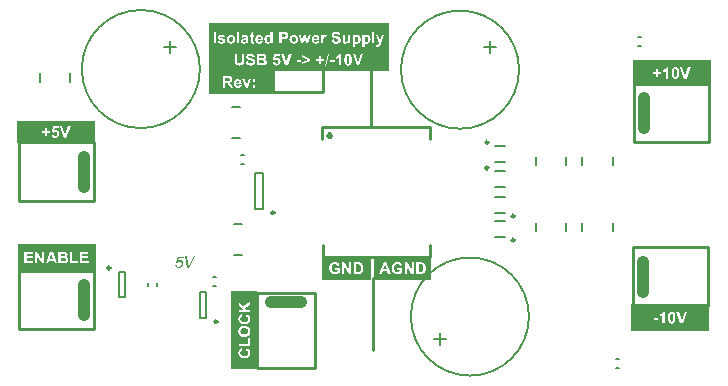
<source format=gto>
G04 Layer_Color=15132400*
%FSLAX44Y44*%
%MOMM*%
G71*
G01*
G75*
%ADD21C,0.2540*%
%ADD28C,0.2500*%
%ADD29C,0.2000*%
%ADD30C,0.1270*%
%ADD31C,1.0000*%
G36*
X576580Y852170D02*
X534670D01*
Y872170D01*
X576580D01*
Y852170D01*
D02*
G37*
G36*
X864362Y1016508D02*
X798322D01*
Y1038098D01*
X864362D01*
Y1016508D01*
D02*
G37*
G36*
X480314Y776478D02*
X457962D01*
Y842518D01*
X480314D01*
Y776478D01*
D02*
G37*
G36*
X627380Y852170D02*
X579120D01*
Y872170D01*
X627380D01*
Y852170D01*
D02*
G37*
G36*
X863092Y808990D02*
X797052D01*
Y831342D01*
X863092D01*
Y808990D01*
D02*
G37*
G36*
X417598Y870605D02*
X413876D01*
X413143Y868110D01*
X413157Y868124D01*
X413213Y868152D01*
X413298Y868208D01*
X413411Y868279D01*
X413538Y868349D01*
X413679Y868420D01*
X413989Y868561D01*
X414003Y868575D01*
X414059Y868589D01*
X414158Y868617D01*
X414271Y868645D01*
X414398Y868673D01*
X414553Y868688D01*
X414722Y868716D01*
X415004D01*
X415074Y868702D01*
X415173Y868688D01*
X415286Y868673D01*
X415539Y868617D01*
X415821Y868532D01*
X416132Y868406D01*
X416287Y868321D01*
X416442Y868222D01*
X416583Y868095D01*
X416724Y867969D01*
X416738Y867954D01*
X416752Y867940D01*
X416794Y867898D01*
X416836Y867828D01*
X416893Y867757D01*
X416949Y867673D01*
X417020Y867560D01*
X417090Y867447D01*
X417161Y867306D01*
X417231Y867151D01*
X417287Y866982D01*
X417344Y866798D01*
X417386Y866601D01*
X417428Y866404D01*
X417443Y866178D01*
X417457Y865939D01*
Y865925D01*
Y865896D01*
Y865826D01*
X417443Y865755D01*
Y865657D01*
X417428Y865530D01*
X417414Y865403D01*
X417400Y865262D01*
X417330Y864938D01*
X417245Y864599D01*
X417132Y864233D01*
X416963Y863866D01*
Y863852D01*
X416935Y863824D01*
X416907Y863782D01*
X416879Y863711D01*
X416766Y863542D01*
X416611Y863331D01*
X416413Y863091D01*
X416174Y862851D01*
X415906Y862626D01*
X415596Y862414D01*
X415582D01*
X415554Y862386D01*
X415511Y862372D01*
X415441Y862330D01*
X415370Y862302D01*
X415272Y862259D01*
X415046Y862161D01*
X414764Y862062D01*
X414454Y861991D01*
X414101Y861935D01*
X413735Y861907D01*
X413594D01*
X413439Y861921D01*
X413242Y861949D01*
X413002Y861991D01*
X412762Y862062D01*
X412509Y862147D01*
X412255Y862273D01*
X412227Y862288D01*
X412142Y862344D01*
X412029Y862428D01*
X411888Y862541D01*
X411733Y862696D01*
X411578Y862879D01*
X411423Y863077D01*
X411282Y863316D01*
Y863331D01*
X411268Y863345D01*
X411240Y863429D01*
X411184Y863570D01*
X411127Y863739D01*
X411071Y863937D01*
X411014Y864162D01*
X410986Y864402D01*
X410972Y864656D01*
Y864670D01*
Y864712D01*
Y864769D01*
Y864867D01*
X412184Y864994D01*
Y864980D01*
Y864952D01*
Y864853D01*
Y864740D01*
Y864698D01*
Y864670D01*
Y864656D01*
Y864599D01*
X412198Y864515D01*
X412212Y864402D01*
X412241Y864261D01*
X412269Y864106D01*
X412325Y863951D01*
X412396Y863782D01*
X412410Y863768D01*
X412438Y863711D01*
X412495Y863627D01*
X412551Y863528D01*
X412649Y863415D01*
X412748Y863302D01*
X412861Y863190D01*
X413002Y863091D01*
X413016Y863077D01*
X413073Y863063D01*
X413143Y863020D01*
X413242Y862978D01*
X413368Y862936D01*
X413509Y862908D01*
X413665Y862879D01*
X413820Y862865D01*
X413918D01*
X414031Y862879D01*
X414172Y862908D01*
X414341Y862964D01*
X414524Y863020D01*
X414736Y863119D01*
X414947Y863246D01*
X414976Y863260D01*
X415046Y863316D01*
X415159Y863401D01*
X415286Y863528D01*
X415441Y863683D01*
X415596Y863880D01*
X415751Y864106D01*
X415892Y864360D01*
Y864374D01*
X415906Y864388D01*
X415920Y864430D01*
X415948Y864487D01*
X416005Y864642D01*
X416075Y864825D01*
X416146Y865051D01*
X416202Y865304D01*
X416244Y865572D01*
X416258Y865840D01*
Y865854D01*
Y865882D01*
Y865925D01*
X416244Y865981D01*
X416230Y866122D01*
X416202Y866305D01*
X416132Y866517D01*
X416047Y866742D01*
X415934Y866954D01*
X415765Y867151D01*
X415737Y867179D01*
X415680Y867235D01*
X415568Y867306D01*
X415427Y867405D01*
X415243Y867489D01*
X415032Y867574D01*
X414778Y867630D01*
X414496Y867644D01*
X414412D01*
X414313Y867630D01*
X414172Y867616D01*
X414017Y867588D01*
X413848Y867532D01*
X413679Y867475D01*
X413495Y867391D01*
X413481Y867376D01*
X413411Y867348D01*
X413326Y867278D01*
X413213Y867207D01*
X413087Y867094D01*
X412932Y866968D01*
X412790Y866813D01*
X412635Y866643D01*
X411592Y866714D01*
X413058Y871704D01*
X417823D01*
X417598Y870605D01*
D02*
G37*
G36*
X343154Y968248D02*
X277114D01*
Y986386D01*
X343154D01*
Y968248D01*
D02*
G37*
G36*
X591820Y1047750D02*
Y1028700D01*
X495300D01*
Y1009650D01*
X439420D01*
Y1028700D01*
Y1047750D01*
Y1069426D01*
X591820D01*
Y1047750D01*
D02*
G37*
G36*
X343355Y859085D02*
X277315D01*
Y882707D01*
X343355D01*
Y859085D01*
D02*
G37*
G36*
X422574Y862076D02*
X421164D01*
X419303Y871831D01*
X420558D01*
X421686Y866009D01*
Y865995D01*
X421700Y865939D01*
X421714Y865854D01*
X421728Y865741D01*
X421756Y865614D01*
X421784Y865459D01*
X421813Y865290D01*
X421855Y865093D01*
X421911Y864698D01*
X421982Y864261D01*
X422038Y863852D01*
X422066Y863641D01*
X422094Y863457D01*
X422109Y863472D01*
X422123Y863514D01*
X422151Y863570D01*
X422193Y863669D01*
X422250Y863768D01*
X422306Y863895D01*
X422461Y864176D01*
X422616Y864487D01*
X422785Y864811D01*
X422954Y865135D01*
X423110Y865431D01*
X426577Y871831D01*
X427931D01*
X422574Y862076D01*
D02*
G37*
%LPC*%
G36*
X557277Y1043451D02*
X557136D01*
X556882Y1043437D01*
X556642Y1043408D01*
X556403Y1043352D01*
X556191Y1043296D01*
X555994Y1043211D01*
X555811Y1043127D01*
X555656Y1043042D01*
X555500Y1042943D01*
X555373Y1042844D01*
X555247Y1042760D01*
X555148Y1042675D01*
X555078Y1042591D01*
X555007Y1042534D01*
X554965Y1042478D01*
X554936Y1042450D01*
X554922Y1042436D01*
X554753Y1042196D01*
X554612Y1041914D01*
X554485Y1041618D01*
X554373Y1041308D01*
X554288Y1040984D01*
X554203Y1040645D01*
X554147Y1040321D01*
X554091Y1039997D01*
X554062Y1039687D01*
X554034Y1039405D01*
X554006Y1039137D01*
X553992Y1038912D01*
X553978Y1038728D01*
Y1038587D01*
Y1038531D01*
Y1038489D01*
Y1038475D01*
Y1038460D01*
X553992Y1037953D01*
X554020Y1037488D01*
X554062Y1037051D01*
X554119Y1036656D01*
X554175Y1036303D01*
X554246Y1035979D01*
X554330Y1035697D01*
X554415Y1035444D01*
X554485Y1035232D01*
X554570Y1035035D01*
X554641Y1034880D01*
X554711Y1034753D01*
X554753Y1034668D01*
X554796Y1034598D01*
X554824Y1034556D01*
X554838Y1034541D01*
X555007Y1034344D01*
X555190Y1034189D01*
X555373Y1034034D01*
X555571Y1033921D01*
X555754Y1033808D01*
X555951Y1033724D01*
X556135Y1033653D01*
X556318Y1033597D01*
X556487Y1033540D01*
X556642Y1033512D01*
X556783Y1033484D01*
X556896Y1033470D01*
X556995D01*
X557079Y1033456D01*
X557136D01*
X557389Y1033470D01*
X557629Y1033498D01*
X557869Y1033555D01*
X558080Y1033611D01*
X558278Y1033681D01*
X558461Y1033766D01*
X558616Y1033865D01*
X558771Y1033963D01*
X558898Y1034048D01*
X559025Y1034147D01*
X559123Y1034231D01*
X559208Y1034302D01*
X559264Y1034358D01*
X559307Y1034415D01*
X559335Y1034443D01*
X559349Y1034457D01*
X559518Y1034697D01*
X559659Y1034978D01*
X559800Y1035274D01*
X559899Y1035599D01*
X559997Y1035923D01*
X560068Y1036247D01*
X560138Y1036585D01*
X560195Y1036910D01*
X560223Y1037220D01*
X560251Y1037502D01*
X560279Y1037770D01*
X560293Y1037995D01*
X560308Y1038178D01*
Y1038319D01*
Y1038376D01*
Y1038418D01*
Y1038432D01*
Y1038446D01*
X560293Y1038954D01*
X560265Y1039419D01*
X560223Y1039842D01*
X560152Y1040237D01*
X560082Y1040603D01*
X560011Y1040927D01*
X559913Y1041223D01*
X559828Y1041477D01*
X559744Y1041717D01*
X559659Y1041900D01*
X559574Y1042069D01*
X559504Y1042210D01*
X559434Y1042309D01*
X559391Y1042379D01*
X559363Y1042422D01*
X559349Y1042436D01*
X559194Y1042619D01*
X559025Y1042774D01*
X558841Y1042901D01*
X558658Y1043028D01*
X558475Y1043127D01*
X558292Y1043197D01*
X558122Y1043267D01*
X557939Y1043324D01*
X557770Y1043366D01*
X557629Y1043394D01*
X557488Y1043422D01*
X557375Y1043437D01*
X557277Y1043451D01*
D02*
G37*
G36*
X455589Y1024450D02*
X451191D01*
Y1014695D01*
X453164D01*
Y1018769D01*
X453799D01*
X453996Y1018755D01*
X454165Y1018741D01*
X454306Y1018713D01*
X454419Y1018699D01*
X454489Y1018670D01*
X454532Y1018656D01*
X454546D01*
X454659Y1018600D01*
X454771Y1018543D01*
X454870Y1018473D01*
X454969Y1018417D01*
X455039Y1018346D01*
X455096Y1018290D01*
X455124Y1018261D01*
X455138Y1018247D01*
X455194Y1018177D01*
X455265Y1018106D01*
X455420Y1017895D01*
X455589Y1017669D01*
X455772Y1017416D01*
X455927Y1017190D01*
X455998Y1017077D01*
X456054Y1016993D01*
X456111Y1016922D01*
X456153Y1016866D01*
X456167Y1016824D01*
X456181Y1016809D01*
X457591Y1014695D01*
X459959D01*
X458761Y1016598D01*
X458634Y1016795D01*
X458507Y1016993D01*
X458394Y1017162D01*
X458282Y1017317D01*
X458183Y1017458D01*
X458098Y1017599D01*
X457929Y1017810D01*
X457802Y1017980D01*
X457718Y1018092D01*
X457647Y1018163D01*
X457633Y1018177D01*
X457478Y1018346D01*
X457295Y1018501D01*
X457126Y1018628D01*
X456956Y1018755D01*
X456815Y1018854D01*
X456703Y1018924D01*
X456618Y1018980D01*
X456604Y1018995D01*
X456590D01*
X456829Y1019037D01*
X457041Y1019093D01*
X457238Y1019150D01*
X457436Y1019220D01*
X457605Y1019290D01*
X457760Y1019361D01*
X457915Y1019432D01*
X458042Y1019516D01*
X458155Y1019587D01*
X458253Y1019657D01*
X458338Y1019728D01*
X458394Y1019784D01*
X458451Y1019826D01*
X458493Y1019868D01*
X458507Y1019883D01*
X458521Y1019897D01*
X458634Y1020038D01*
X458733Y1020179D01*
X458902Y1020489D01*
X459015Y1020785D01*
X459085Y1021081D01*
X459141Y1021335D01*
X459156Y1021433D01*
Y1021532D01*
X459170Y1021602D01*
Y1021673D01*
Y1021701D01*
Y1021715D01*
X459156Y1022025D01*
X459099Y1022321D01*
X459029Y1022575D01*
X458958Y1022801D01*
X458874Y1022984D01*
X458803Y1023125D01*
X458775Y1023167D01*
X458747Y1023210D01*
X458733Y1023224D01*
Y1023238D01*
X458563Y1023477D01*
X458380Y1023675D01*
X458197Y1023830D01*
X458014Y1023971D01*
X457845Y1024055D01*
X457718Y1024126D01*
X457633Y1024168D01*
X457619Y1024182D01*
X457605D01*
X457464Y1024224D01*
X457309Y1024267D01*
X456956Y1024337D01*
X456576Y1024380D01*
X456209Y1024422D01*
X456026D01*
X455871Y1024436D01*
X455716D01*
X455589Y1024450D01*
D02*
G37*
G36*
X478398Y1021772D02*
X476523D01*
Y1019897D01*
X478398D01*
Y1021772D01*
D02*
G37*
G36*
X475015D02*
X473097D01*
X471744Y1018149D01*
X471660Y1017937D01*
X471603Y1017740D01*
X471575Y1017669D01*
X471561Y1017613D01*
X471547Y1017571D01*
Y1017557D01*
X471533Y1017486D01*
X471505Y1017402D01*
X471434Y1017190D01*
X471406Y1017105D01*
X471378Y1017021D01*
X471363Y1016964D01*
X471349Y1016950D01*
X470969Y1018149D01*
X469630Y1021772D01*
X467670D01*
X470518Y1014695D01*
X472209D01*
X475015Y1021772D01*
D02*
G37*
G36*
X478398Y1016570D02*
X476523D01*
Y1014695D01*
X478398D01*
Y1016570D01*
D02*
G37*
G36*
X463850Y1021927D02*
X463695D01*
X463441Y1021913D01*
X463201Y1021884D01*
X462962Y1021828D01*
X462750Y1021772D01*
X462539Y1021701D01*
X462356Y1021617D01*
X462172Y1021518D01*
X462017Y1021433D01*
X461876Y1021335D01*
X461749Y1021236D01*
X461637Y1021151D01*
X461552Y1021081D01*
X461482Y1021024D01*
X461425Y1020968D01*
X461397Y1020940D01*
X461383Y1020926D01*
X461228Y1020728D01*
X461087Y1020517D01*
X460960Y1020305D01*
X460847Y1020080D01*
X460763Y1019840D01*
X460692Y1019615D01*
X460579Y1019178D01*
X460537Y1018966D01*
X460509Y1018783D01*
X460495Y1018614D01*
X460481Y1018473D01*
X460467Y1018346D01*
Y1018247D01*
Y1018191D01*
Y1018177D01*
X460481Y1017909D01*
X460495Y1017641D01*
X460537Y1017402D01*
X460579Y1017176D01*
X460622Y1016950D01*
X460692Y1016753D01*
X460748Y1016570D01*
X460819Y1016401D01*
X460875Y1016246D01*
X460946Y1016119D01*
X461002Y1016006D01*
X461045Y1015907D01*
X461101Y1015837D01*
X461129Y1015780D01*
X461143Y1015752D01*
X461157Y1015738D01*
X461341Y1015527D01*
X461524Y1015343D01*
X461735Y1015188D01*
X461961Y1015047D01*
X462186Y1014935D01*
X462412Y1014836D01*
X462637Y1014751D01*
X462863Y1014695D01*
X463060Y1014639D01*
X463258Y1014610D01*
X463441Y1014582D01*
X463596Y1014554D01*
X463723D01*
X463808Y1014540D01*
X463892D01*
X464301Y1014568D01*
X464682Y1014624D01*
X465006Y1014709D01*
X465288Y1014808D01*
X465415Y1014864D01*
X465513Y1014906D01*
X465612Y1014949D01*
X465682Y1014991D01*
X465739Y1015033D01*
X465795Y1015047D01*
X465809Y1015076D01*
X465823D01*
X466091Y1015301D01*
X466331Y1015541D01*
X466528Y1015809D01*
X466683Y1016062D01*
X466810Y1016288D01*
X466852Y1016387D01*
X466895Y1016471D01*
X466923Y1016542D01*
X466951Y1016598D01*
X466965Y1016626D01*
Y1016640D01*
X465104Y1016950D01*
X465034Y1016767D01*
X464963Y1016598D01*
X464893Y1016471D01*
X464808Y1016358D01*
X464752Y1016274D01*
X464696Y1016217D01*
X464653Y1016189D01*
X464639Y1016175D01*
X464526Y1016090D01*
X464400Y1016034D01*
X464273Y1015992D01*
X464160Y1015964D01*
X464061Y1015950D01*
X463977Y1015936D01*
X463906D01*
X463681Y1015950D01*
X463469Y1016006D01*
X463272Y1016076D01*
X463117Y1016161D01*
X462990Y1016246D01*
X462905Y1016316D01*
X462835Y1016373D01*
X462821Y1016387D01*
X462680Y1016570D01*
X462581Y1016781D01*
X462496Y1017007D01*
X462440Y1017204D01*
X462412Y1017402D01*
X462398Y1017542D01*
X462384Y1017599D01*
Y1017641D01*
Y1017669D01*
Y1017683D01*
X467064D01*
Y1018078D01*
X467036Y1018431D01*
X466993Y1018769D01*
X466937Y1019079D01*
X466867Y1019375D01*
X466796Y1019629D01*
X466712Y1019868D01*
X466627Y1020080D01*
X466542Y1020263D01*
X466458Y1020432D01*
X466387Y1020559D01*
X466317Y1020672D01*
X466260Y1020757D01*
X466218Y1020827D01*
X466190Y1020855D01*
X466176Y1020869D01*
X466007Y1021053D01*
X465809Y1021222D01*
X465612Y1021363D01*
X465415Y1021476D01*
X465203Y1021588D01*
X464992Y1021673D01*
X464794Y1021743D01*
X464597Y1021800D01*
X464414Y1021842D01*
X464245Y1021870D01*
X464090Y1021898D01*
X463963Y1021913D01*
X463850Y1021927D01*
D02*
G37*
G36*
X541291Y1043564D02*
X539881D01*
X537470Y1033470D01*
X538852D01*
X541291Y1043564D01*
D02*
G37*
G36*
X509431Y1043394D02*
X507331D01*
X504949Y1036177D01*
X502467Y1043394D01*
X500339D01*
X503835Y1033639D01*
X505964D01*
X509431Y1043394D01*
D02*
G37*
G36*
X468945D02*
X466971D01*
Y1037981D01*
Y1037770D01*
Y1037572D01*
X466957Y1037389D01*
Y1037220D01*
X466943Y1037079D01*
Y1036938D01*
X466929Y1036811D01*
Y1036698D01*
X466901Y1036529D01*
X466887Y1036402D01*
X466873Y1036332D01*
Y1036303D01*
X466830Y1036120D01*
X466760Y1035965D01*
X466675Y1035824D01*
X466591Y1035697D01*
X466506Y1035599D01*
X466436Y1035528D01*
X466379Y1035486D01*
X466365Y1035472D01*
X466196Y1035359D01*
X465984Y1035274D01*
X465787Y1035218D01*
X465576Y1035176D01*
X465392Y1035148D01*
X465251Y1035134D01*
X465110D01*
X464814Y1035148D01*
X464561Y1035190D01*
X464335Y1035246D01*
X464138Y1035317D01*
X463997Y1035373D01*
X463884Y1035430D01*
X463828Y1035472D01*
X463799Y1035486D01*
X463644Y1035627D01*
X463517Y1035796D01*
X463405Y1035951D01*
X463334Y1036106D01*
X463278Y1036247D01*
X463236Y1036360D01*
X463207Y1036430D01*
Y1036459D01*
X463193Y1036543D01*
X463179Y1036628D01*
Y1036740D01*
X463165Y1036867D01*
X463151Y1037135D01*
Y1037417D01*
X463137Y1037671D01*
Y1037784D01*
Y1037896D01*
Y1037981D01*
Y1038037D01*
Y1038080D01*
Y1038094D01*
Y1043394D01*
X461163D01*
Y1038178D01*
Y1037882D01*
X461177Y1037600D01*
Y1037333D01*
X461191Y1037093D01*
X461206Y1036867D01*
X461220Y1036670D01*
X461234Y1036487D01*
X461262Y1036318D01*
X461276Y1036177D01*
X461290Y1036050D01*
X461304Y1035937D01*
X461318Y1035852D01*
X461333Y1035782D01*
Y1035740D01*
X461347Y1035711D01*
Y1035697D01*
X461417Y1035486D01*
X461488Y1035288D01*
X461586Y1035105D01*
X461671Y1034950D01*
X461755Y1034809D01*
X461826Y1034697D01*
X461882Y1034640D01*
X461896Y1034612D01*
X462066Y1034429D01*
X462249Y1034259D01*
X462446Y1034118D01*
X462629Y1033992D01*
X462784Y1033893D01*
X462925Y1033822D01*
X463010Y1033780D01*
X463024Y1033766D01*
X463038D01*
X463179Y1033710D01*
X463334Y1033667D01*
X463687Y1033583D01*
X464039Y1033526D01*
X464377Y1033498D01*
X464533Y1033484D01*
X464688Y1033470D01*
X464814D01*
X464941Y1033456D01*
X465167D01*
X465576Y1033470D01*
X465942Y1033498D01*
X466266Y1033555D01*
X466534Y1033611D01*
X466647Y1033625D01*
X466760Y1033653D01*
X466844Y1033681D01*
X466915Y1033710D01*
X466971Y1033724D01*
X467014Y1033738D01*
X467028Y1033752D01*
X467042D01*
X467295Y1033865D01*
X467521Y1034006D01*
X467718Y1034133D01*
X467888Y1034259D01*
X468014Y1034372D01*
X468113Y1034457D01*
X468170Y1034513D01*
X468184Y1034541D01*
X468339Y1034739D01*
X468465Y1034950D01*
X468564Y1035148D01*
X468649Y1035345D01*
X468705Y1035514D01*
X468747Y1035655D01*
X468762Y1035697D01*
Y1035740D01*
X468776Y1035754D01*
Y1035768D01*
X468804Y1035923D01*
X468832Y1036092D01*
X468860Y1036275D01*
X468874Y1036459D01*
X468903Y1036881D01*
X468931Y1037290D01*
Y1037474D01*
Y1037657D01*
X468945Y1037826D01*
Y1037967D01*
Y1038080D01*
Y1038178D01*
Y1038235D01*
Y1038249D01*
Y1043394D01*
D02*
G37*
G36*
X570077D02*
X567976D01*
X565594Y1036177D01*
X563113Y1043394D01*
X560984D01*
X564480Y1033639D01*
X566609D01*
X570077Y1043394D01*
D02*
G37*
G36*
X545717Y1038122D02*
X542038D01*
Y1036247D01*
X545717D01*
Y1038122D01*
D02*
G37*
G36*
X517664D02*
X513985D01*
Y1036247D01*
X517664D01*
Y1038122D01*
D02*
G37*
G36*
X551173Y1043451D02*
X549650D01*
X549509Y1043127D01*
X549326Y1042830D01*
X549129Y1042549D01*
X548931Y1042323D01*
X548762Y1042140D01*
X548607Y1041999D01*
X548551Y1041942D01*
X548508Y1041900D01*
X548480Y1041886D01*
X548466Y1041872D01*
X548156Y1041646D01*
X547860Y1041449D01*
X547592Y1041294D01*
X547352Y1041181D01*
X547155Y1041096D01*
X547014Y1041026D01*
X546958Y1041012D01*
X546915Y1040998D01*
X546901Y1040984D01*
X546887D01*
Y1039292D01*
X547395Y1039489D01*
X547846Y1039701D01*
X548057Y1039814D01*
X548255Y1039940D01*
X548438Y1040053D01*
X548607Y1040166D01*
X548762Y1040279D01*
X548903Y1040378D01*
X549016Y1040462D01*
X549114Y1040547D01*
X549199Y1040617D01*
X549255Y1040659D01*
X549284Y1040688D01*
X549298Y1040702D01*
Y1033639D01*
X551173D01*
Y1043451D01*
D02*
G37*
G36*
X484409Y1043394D02*
X480124D01*
Y1033639D01*
X484353D01*
X484593Y1033653D01*
X485015D01*
X485185Y1033667D01*
X485452D01*
X485551Y1033681D01*
X485692D01*
X485748Y1033696D01*
X485805D01*
X486087Y1033738D01*
X486340Y1033808D01*
X486566Y1033879D01*
X486763Y1033963D01*
X486918Y1034034D01*
X487031Y1034104D01*
X487102Y1034147D01*
X487130Y1034161D01*
X487327Y1034316D01*
X487482Y1034485D01*
X487637Y1034640D01*
X487750Y1034809D01*
X487849Y1034950D01*
X487919Y1035063D01*
X487962Y1035134D01*
X487976Y1035162D01*
X488074Y1035401D01*
X488159Y1035627D01*
X488215Y1035852D01*
X488244Y1036050D01*
X488272Y1036219D01*
X488286Y1036346D01*
Y1036430D01*
Y1036444D01*
Y1036459D01*
X488272Y1036769D01*
X488215Y1037051D01*
X488131Y1037290D01*
X488046Y1037516D01*
X487962Y1037685D01*
X487877Y1037812D01*
X487821Y1037896D01*
X487807Y1037925D01*
X487609Y1038150D01*
X487398Y1038334D01*
X487158Y1038489D01*
X486947Y1038601D01*
X486749Y1038700D01*
X486580Y1038771D01*
X486524Y1038785D01*
X486482Y1038799D01*
X486453Y1038813D01*
X486439D01*
X486665Y1038940D01*
X486862Y1039066D01*
X487031Y1039222D01*
X487172Y1039349D01*
X487271Y1039475D01*
X487355Y1039574D01*
X487412Y1039644D01*
X487426Y1039673D01*
X487553Y1039898D01*
X487652Y1040110D01*
X487708Y1040321D01*
X487764Y1040518D01*
X487793Y1040688D01*
X487807Y1040815D01*
Y1040899D01*
Y1040913D01*
Y1040927D01*
X487793Y1041153D01*
X487764Y1041378D01*
X487708Y1041562D01*
X487652Y1041731D01*
X487595Y1041872D01*
X487539Y1041985D01*
X487511Y1042041D01*
X487496Y1042069D01*
X487384Y1042252D01*
X487257Y1042408D01*
X487130Y1042549D01*
X487017Y1042675D01*
X486904Y1042760D01*
X486820Y1042830D01*
X486763Y1042873D01*
X486749Y1042887D01*
X486580Y1043000D01*
X486397Y1043084D01*
X486228Y1043155D01*
X486073Y1043211D01*
X485932Y1043253D01*
X485833Y1043281D01*
X485763Y1043296D01*
X485734D01*
X485495Y1043324D01*
X485227Y1043352D01*
X484945Y1043366D01*
X484663Y1043380D01*
X484409Y1043394D01*
D02*
G37*
G36*
X518397Y1042154D02*
Y1040279D01*
X523063Y1038460D01*
X518397Y1036628D01*
Y1034739D01*
X525093Y1037657D01*
Y1039250D01*
X518397Y1042154D01*
D02*
G37*
G36*
X534341Y1041844D02*
X532635D01*
Y1039320D01*
X530084D01*
Y1037572D01*
X532635D01*
Y1035049D01*
X534341D01*
Y1037572D01*
X536907D01*
Y1039320D01*
X534341D01*
Y1041844D01*
D02*
G37*
G36*
X499493Y1043267D02*
X494545D01*
X493586Y1038178D01*
X495095Y1037967D01*
X495222Y1038094D01*
X495349Y1038207D01*
X495475Y1038305D01*
X495602Y1038390D01*
X495842Y1038517D01*
X496068Y1038601D01*
X496265Y1038644D01*
X496406Y1038672D01*
X496462Y1038686D01*
X496547D01*
X496772Y1038672D01*
X496984Y1038615D01*
X497167Y1038545D01*
X497322Y1038460D01*
X497435Y1038362D01*
X497533Y1038291D01*
X497590Y1038235D01*
X497604Y1038221D01*
X497745Y1038037D01*
X497844Y1037826D01*
X497914Y1037600D01*
X497957Y1037375D01*
X497999Y1037178D01*
X498013Y1037022D01*
Y1036952D01*
Y1036910D01*
Y1036881D01*
Y1036867D01*
X497999Y1036529D01*
X497957Y1036233D01*
X497886Y1035993D01*
X497816Y1035796D01*
X497731Y1035627D01*
X497674Y1035514D01*
X497618Y1035458D01*
X497604Y1035430D01*
X497449Y1035274D01*
X497280Y1035148D01*
X497111Y1035063D01*
X496956Y1035007D01*
X496815Y1034978D01*
X496702Y1034964D01*
X496631Y1034950D01*
X496603D01*
X496420Y1034964D01*
X496237Y1035007D01*
X496082Y1035063D01*
X495955Y1035134D01*
X495842Y1035204D01*
X495757Y1035260D01*
X495701Y1035303D01*
X495687Y1035317D01*
X495560Y1035472D01*
X495447Y1035627D01*
X495363Y1035796D01*
X495306Y1035951D01*
X495264Y1036092D01*
X495236Y1036219D01*
X495222Y1036289D01*
Y1036318D01*
X493361Y1036120D01*
X493403Y1035895D01*
X493445Y1035683D01*
X493586Y1035303D01*
X493741Y1034964D01*
X493826Y1034823D01*
X493925Y1034682D01*
X494009Y1034570D01*
X494080Y1034471D01*
X494164Y1034386D01*
X494221Y1034302D01*
X494277Y1034245D01*
X494319Y1034203D01*
X494348Y1034189D01*
X494362Y1034175D01*
X494531Y1034048D01*
X494700Y1033935D01*
X494883Y1033837D01*
X495067Y1033766D01*
X495447Y1033625D01*
X495785Y1033540D01*
X495955Y1033512D01*
X496096Y1033498D01*
X496237Y1033484D01*
X496349Y1033470D01*
X496448Y1033456D01*
X496575D01*
X496885Y1033470D01*
X497181Y1033512D01*
X497449Y1033569D01*
X497703Y1033653D01*
X497942Y1033752D01*
X498154Y1033865D01*
X498351Y1033978D01*
X498534Y1034104D01*
X498689Y1034217D01*
X498830Y1034330D01*
X498957Y1034443D01*
X499056Y1034541D01*
X499127Y1034626D01*
X499183Y1034682D01*
X499211Y1034725D01*
X499225Y1034739D01*
X499352Y1034922D01*
X499465Y1035105D01*
X499549Y1035288D01*
X499634Y1035486D01*
X499761Y1035852D01*
X499846Y1036191D01*
X499874Y1036332D01*
X499888Y1036473D01*
X499916Y1036600D01*
Y1036712D01*
X499930Y1036797D01*
Y1036853D01*
Y1036896D01*
Y1036910D01*
X499916Y1037178D01*
X499888Y1037431D01*
X499846Y1037671D01*
X499789Y1037896D01*
X499733Y1038094D01*
X499648Y1038291D01*
X499578Y1038475D01*
X499493Y1038630D01*
X499408Y1038771D01*
X499338Y1038897D01*
X499253Y1039010D01*
X499197Y1039095D01*
X499141Y1039165D01*
X499098Y1039222D01*
X499070Y1039250D01*
X499056Y1039264D01*
X498887Y1039419D01*
X498718Y1039560D01*
X498534Y1039687D01*
X498351Y1039800D01*
X498182Y1039884D01*
X497999Y1039955D01*
X497674Y1040067D01*
X497519Y1040110D01*
X497379Y1040138D01*
X497252Y1040152D01*
X497153Y1040166D01*
X497068Y1040180D01*
X496941D01*
X496702Y1040166D01*
X496462Y1040124D01*
X496251Y1040081D01*
X496053Y1040025D01*
X495898Y1039955D01*
X495771Y1039912D01*
X495687Y1039870D01*
X495673Y1039856D01*
X495659D01*
X495955Y1041519D01*
X499493D01*
Y1043267D01*
D02*
G37*
G36*
X847173Y1032061D02*
X845072D01*
X842690Y1024843D01*
X840209Y1032061D01*
X838080D01*
X841576Y1022306D01*
X843705D01*
X847173Y1032061D01*
D02*
G37*
G36*
X471224Y794097D02*
X471210D01*
X470618Y792180D01*
X470999Y792067D01*
X471323Y791940D01*
X471591Y791813D01*
X471816Y791672D01*
X471986Y791560D01*
X472098Y791461D01*
X472169Y791390D01*
X472197Y791362D01*
X472366Y791137D01*
X472479Y790911D01*
X472564Y790686D01*
X472634Y790488D01*
X472662Y790305D01*
X472676Y790150D01*
X472690Y790094D01*
Y790051D01*
Y790037D01*
Y790023D01*
X472676Y789826D01*
X472662Y789642D01*
X472564Y789304D01*
X472451Y789008D01*
X472296Y788768D01*
X472155Y788571D01*
X472042Y788430D01*
X471986Y788374D01*
X471943Y788331D01*
X471929Y788317D01*
X471915Y788303D01*
X471760Y788190D01*
X471577Y788092D01*
X471379Y787993D01*
X471168Y787923D01*
X470731Y787810D01*
X470294Y787725D01*
X470083Y787697D01*
X469899Y787683D01*
X469716Y787655D01*
X469561D01*
X469448Y787641D01*
X469265D01*
X468941Y787655D01*
X468645Y787669D01*
X468377Y787697D01*
X468123Y787739D01*
X467897Y787796D01*
X467686Y787852D01*
X467503Y787908D01*
X467334Y787979D01*
X467193Y788035D01*
X467066Y788092D01*
X466967Y788148D01*
X466883Y788204D01*
X466812Y788247D01*
X466770Y788275D01*
X466741Y788303D01*
X466727D01*
X466586Y788430D01*
X466460Y788571D01*
X466361Y788712D01*
X466276Y788867D01*
X466135Y789163D01*
X466037Y789445D01*
X465980Y789685D01*
X465966Y789798D01*
X465952Y789882D01*
X465938Y789967D01*
Y790023D01*
Y790051D01*
Y790065D01*
X465952Y790347D01*
X466008Y790601D01*
X466079Y790826D01*
X466163Y791024D01*
X466248Y791179D01*
X466319Y791292D01*
X466375Y791362D01*
X466389Y791390D01*
X466558Y791574D01*
X466756Y791743D01*
X466953Y791870D01*
X467150Y791968D01*
X467319Y792039D01*
X467446Y792081D01*
X467503Y792109D01*
X467545D01*
X467559Y792123D01*
X467573D01*
X467108Y794069D01*
X466699Y793928D01*
X466347Y793773D01*
X466037Y793604D01*
X465783Y793449D01*
X465586Y793294D01*
X465501Y793237D01*
X465430Y793181D01*
X465388Y793138D01*
X465346Y793096D01*
X465318Y793082D01*
Y793068D01*
X465135Y792857D01*
X464965Y792617D01*
X464824Y792391D01*
X464711Y792152D01*
X464599Y791898D01*
X464514Y791658D01*
X464444Y791419D01*
X464387Y791193D01*
X464345Y790982D01*
X464317Y790784D01*
X464289Y790615D01*
X464274Y790460D01*
X464260Y790333D01*
Y790249D01*
Y790178D01*
Y790164D01*
X464274Y789798D01*
X464317Y789431D01*
X464387Y789107D01*
X464472Y788783D01*
X464571Y788501D01*
X464683Y788219D01*
X464810Y787979D01*
X464937Y787753D01*
X465064Y787542D01*
X465191Y787373D01*
X465304Y787218D01*
X465402Y787091D01*
X465487Y786992D01*
X465557Y786922D01*
X465600Y786879D01*
X465614Y786865D01*
X465882Y786640D01*
X466163Y786457D01*
X466460Y786287D01*
X466770Y786146D01*
X467094Y786020D01*
X467404Y785921D01*
X467714Y785836D01*
X468010Y785766D01*
X468306Y785709D01*
X468560Y785681D01*
X468800Y785653D01*
X468997Y785625D01*
X469166D01*
X469293Y785611D01*
X469406D01*
X469829Y785625D01*
X470224Y785667D01*
X470604Y785723D01*
X470942Y785808D01*
X471267Y785893D01*
X471577Y786005D01*
X471845Y786118D01*
X472084Y786231D01*
X472310Y786344D01*
X472507Y786457D01*
X472662Y786569D01*
X472803Y786654D01*
X472902Y786738D01*
X472986Y786795D01*
X473029Y786837D01*
X473043Y786851D01*
X473283Y787091D01*
X473480Y787345D01*
X473663Y787612D01*
X473804Y787880D01*
X473931Y788148D01*
X474044Y788416D01*
X474128Y788670D01*
X474199Y788909D01*
X474255Y789149D01*
X474297Y789360D01*
X474326Y789558D01*
X474340Y789713D01*
X474354Y789854D01*
X474368Y789952D01*
Y790009D01*
Y790037D01*
X474354Y790333D01*
X474340Y790601D01*
X474297Y790869D01*
X474241Y791108D01*
X474185Y791334D01*
X474128Y791545D01*
X474058Y791743D01*
X473973Y791926D01*
X473903Y792081D01*
X473832Y792222D01*
X473776Y792349D01*
X473719Y792448D01*
X473663Y792532D01*
X473621Y792589D01*
X473607Y792617D01*
X473593Y792631D01*
X473438Y792814D01*
X473268Y792983D01*
X472888Y793294D01*
X472493Y793547D01*
X472113Y793745D01*
X471929Y793829D01*
X471760Y793900D01*
X471605Y793956D01*
X471478Y794013D01*
X471365Y794055D01*
X471281Y794083D01*
X471224Y794097D01*
D02*
G37*
G36*
X300002Y875773D02*
X298183D01*
Y869204D01*
X294152Y875773D01*
X292248D01*
Y866018D01*
X294067D01*
Y872447D01*
X298028Y866018D01*
X300002D01*
Y875773D01*
D02*
G37*
G36*
X469434Y813184D02*
X469335D01*
X468898Y813170D01*
X468489Y813128D01*
X468109Y813072D01*
X467742Y812987D01*
X467418Y812888D01*
X467108Y812776D01*
X466826Y812663D01*
X466586Y812536D01*
X466361Y812409D01*
X466163Y812296D01*
X465994Y812184D01*
X465853Y812085D01*
X465755Y812014D01*
X465670Y811944D01*
X465628Y811902D01*
X465614Y811888D01*
X465374Y811634D01*
X465163Y811366D01*
X464979Y811084D01*
X464824Y810802D01*
X464697Y810506D01*
X464585Y810224D01*
X464500Y809942D01*
X464430Y809674D01*
X464373Y809420D01*
X464331Y809181D01*
X464303Y808969D01*
X464274Y808786D01*
Y808645D01*
X464260Y808532D01*
Y808462D01*
Y808434D01*
X464274Y808011D01*
X464317Y807602D01*
X464387Y807250D01*
X464458Y806939D01*
X464500Y806813D01*
X464528Y806686D01*
X464557Y806587D01*
X464599Y806502D01*
X464613Y806432D01*
X464641Y806376D01*
X464655Y806347D01*
Y806333D01*
X464768Y806079D01*
X464909Y805840D01*
X465064Y805628D01*
X465205Y805445D01*
X465332Y805290D01*
X465445Y805163D01*
X465515Y805093D01*
X465529Y805079D01*
X465543Y805064D01*
X465769Y804867D01*
X466008Y804684D01*
X466220Y804529D01*
X466431Y804402D01*
X466615Y804303D01*
X466756Y804219D01*
X466812Y804205D01*
X466854Y804176D01*
X466868Y804162D01*
X466883D01*
X467277Y804021D01*
X467700Y803909D01*
X468123Y803838D01*
X468518Y803782D01*
X468701Y803768D01*
X468870Y803754D01*
X469011Y803739D01*
X469138D01*
X469251Y803725D01*
X469392D01*
X469815Y803739D01*
X470224Y803782D01*
X470604Y803838D01*
X470956Y803923D01*
X471281Y804021D01*
X471577Y804134D01*
X471859Y804247D01*
X472098Y804374D01*
X472324Y804486D01*
X472507Y804599D01*
X472676Y804712D01*
X472817Y804811D01*
X472916Y804895D01*
X473001Y804952D01*
X473043Y804994D01*
X473057Y805008D01*
X473297Y805262D01*
X473494Y805530D01*
X473677Y805798D01*
X473818Y806094D01*
X473945Y806376D01*
X474058Y806672D01*
X474142Y806939D01*
X474213Y807221D01*
X474269Y807475D01*
X474312Y807715D01*
X474340Y807926D01*
X474354Y808110D01*
X474368Y808250D01*
X474382Y808363D01*
Y808434D01*
Y808462D01*
X474368Y808857D01*
X474326Y809223D01*
X474255Y809576D01*
X474171Y809900D01*
X474072Y810210D01*
X473959Y810492D01*
X473846Y810746D01*
X473719Y810985D01*
X473593Y811183D01*
X473480Y811366D01*
X473367Y811521D01*
X473268Y811648D01*
X473184Y811761D01*
X473113Y811831D01*
X473071Y811873D01*
X473057Y811888D01*
X472789Y812113D01*
X472507Y812310D01*
X472211Y812494D01*
X471915Y812635D01*
X471605Y812762D01*
X471295Y812874D01*
X470985Y812959D01*
X470689Y813029D01*
X470421Y813072D01*
X470153Y813114D01*
X469927Y813142D01*
X469730Y813170D01*
X469561D01*
X469434Y813184D01*
D02*
G37*
G36*
X474199Y802724D02*
X472550D01*
Y797819D01*
X464514D01*
Y795845D01*
X474199D01*
Y802724D01*
D02*
G37*
G36*
X337331Y875773D02*
X330099D01*
Y866018D01*
X337514D01*
Y867668D01*
X332072D01*
Y870318D01*
X336964D01*
Y871967D01*
X332072D01*
Y874124D01*
X337331D01*
Y875773D01*
D02*
G37*
G36*
X306952D02*
X304865D01*
X301087Y866018D01*
X303174D01*
X303977Y868232D01*
X307896D01*
X308742Y866018D01*
X310871D01*
X306952Y875773D01*
D02*
G37*
G36*
X290388D02*
X283156D01*
Y866018D01*
X290571D01*
Y867668D01*
X285130D01*
Y870318D01*
X290021D01*
Y871967D01*
X285130D01*
Y874124D01*
X290388D01*
Y875773D01*
D02*
G37*
G36*
X323783Y875703D02*
X321810D01*
Y866018D01*
X328689D01*
Y867668D01*
X323783D01*
Y875703D01*
D02*
G37*
G36*
X316213Y875773D02*
X311928D01*
Y866018D01*
X316157D01*
X316397Y866032D01*
X316820D01*
X316989Y866047D01*
X317257D01*
X317355Y866061D01*
X317496D01*
X317553Y866075D01*
X317609D01*
X317891Y866117D01*
X318145Y866188D01*
X318370Y866258D01*
X318568Y866343D01*
X318723Y866413D01*
X318836Y866484D01*
X318906Y866526D01*
X318934Y866540D01*
X319132Y866695D01*
X319287Y866864D01*
X319442Y867019D01*
X319554Y867188D01*
X319653Y867329D01*
X319724Y867442D01*
X319766Y867513D01*
X319780Y867541D01*
X319879Y867781D01*
X319963Y868006D01*
X320020Y868232D01*
X320048Y868429D01*
X320076Y868598D01*
X320090Y868725D01*
Y868810D01*
Y868824D01*
Y868838D01*
X320076Y869148D01*
X320020Y869430D01*
X319935Y869669D01*
X319850Y869895D01*
X319766Y870064D01*
X319681Y870191D01*
X319625Y870276D01*
X319611Y870304D01*
X319413Y870529D01*
X319202Y870713D01*
X318962Y870868D01*
X318751Y870981D01*
X318554Y871079D01*
X318384Y871150D01*
X318328Y871164D01*
X318286Y871178D01*
X318258Y871192D01*
X318243D01*
X318469Y871319D01*
X318666Y871446D01*
X318836Y871601D01*
X318976Y871728D01*
X319075Y871854D01*
X319160Y871953D01*
X319216Y872024D01*
X319230Y872052D01*
X319357Y872278D01*
X319456Y872489D01*
X319512Y872700D01*
X319569Y872898D01*
X319597Y873067D01*
X319611Y873194D01*
Y873278D01*
Y873292D01*
Y873307D01*
X319597Y873532D01*
X319569Y873758D01*
X319512Y873941D01*
X319456Y874110D01*
X319399Y874251D01*
X319343Y874364D01*
X319315Y874420D01*
X319301Y874448D01*
X319188Y874632D01*
X319061Y874787D01*
X318934Y874928D01*
X318821Y875055D01*
X318709Y875139D01*
X318624Y875210D01*
X318568Y875252D01*
X318554Y875266D01*
X318384Y875379D01*
X318201Y875463D01*
X318032Y875534D01*
X317877Y875590D01*
X317736Y875632D01*
X317637Y875661D01*
X317567Y875675D01*
X317539D01*
X317299Y875703D01*
X317031Y875731D01*
X316749Y875745D01*
X316467Y875759D01*
X316213Y875773D01*
D02*
G37*
G36*
X834373Y1032117D02*
X834232D01*
X833978Y1032103D01*
X833738Y1032075D01*
X833499Y1032019D01*
X833287Y1031962D01*
X833090Y1031878D01*
X832907Y1031793D01*
X832752Y1031708D01*
X832597Y1031610D01*
X832470Y1031511D01*
X832343Y1031426D01*
X832244Y1031342D01*
X832174Y1031257D01*
X832103Y1031201D01*
X832061Y1031144D01*
X832033Y1031116D01*
X832019Y1031102D01*
X831850Y1030863D01*
X831709Y1030581D01*
X831582Y1030285D01*
X831469Y1029974D01*
X831384Y1029650D01*
X831300Y1029312D01*
X831243Y1028988D01*
X831187Y1028663D01*
X831159Y1028353D01*
X831131Y1028071D01*
X831102Y1027803D01*
X831088Y1027578D01*
X831074Y1027395D01*
Y1027254D01*
Y1027197D01*
Y1027155D01*
Y1027141D01*
Y1027127D01*
X831088Y1026619D01*
X831116Y1026154D01*
X831159Y1025717D01*
X831215Y1025322D01*
X831272Y1024970D01*
X831342Y1024646D01*
X831427Y1024364D01*
X831511Y1024110D01*
X831582Y1023899D01*
X831666Y1023701D01*
X831737Y1023546D01*
X831807Y1023419D01*
X831850Y1023335D01*
X831892Y1023264D01*
X831920Y1023222D01*
X831934Y1023208D01*
X832103Y1023010D01*
X832287Y1022855D01*
X832470Y1022700D01*
X832667Y1022588D01*
X832850Y1022475D01*
X833048Y1022390D01*
X833231Y1022320D01*
X833414Y1022263D01*
X833583Y1022207D01*
X833738Y1022179D01*
X833879Y1022151D01*
X833992Y1022137D01*
X834091D01*
X834175Y1022122D01*
X834232D01*
X834486Y1022137D01*
X834725Y1022165D01*
X834965Y1022221D01*
X835176Y1022277D01*
X835374Y1022348D01*
X835557Y1022432D01*
X835712Y1022531D01*
X835867Y1022630D01*
X835994Y1022714D01*
X836121Y1022813D01*
X836220Y1022898D01*
X836304Y1022968D01*
X836360Y1023025D01*
X836403Y1023081D01*
X836431Y1023109D01*
X836445Y1023123D01*
X836614Y1023363D01*
X836755Y1023645D01*
X836896Y1023941D01*
X836995Y1024265D01*
X837094Y1024589D01*
X837164Y1024914D01*
X837234Y1025252D01*
X837291Y1025576D01*
X837319Y1025886D01*
X837347Y1026168D01*
X837375Y1026436D01*
X837390Y1026662D01*
X837404Y1026845D01*
Y1026986D01*
Y1027042D01*
Y1027085D01*
Y1027099D01*
Y1027113D01*
X837390Y1027620D01*
X837361Y1028085D01*
X837319Y1028508D01*
X837249Y1028903D01*
X837178Y1029269D01*
X837108Y1029594D01*
X837009Y1029890D01*
X836924Y1030144D01*
X836840Y1030383D01*
X836755Y1030566D01*
X836671Y1030736D01*
X836600Y1030877D01*
X836530Y1030975D01*
X836487Y1031046D01*
X836459Y1031088D01*
X836445Y1031102D01*
X836290Y1031285D01*
X836121Y1031441D01*
X835938Y1031567D01*
X835754Y1031694D01*
X835571Y1031793D01*
X835388Y1031863D01*
X835219Y1031934D01*
X835035Y1031990D01*
X834866Y1032033D01*
X834725Y1032061D01*
X834584Y1032089D01*
X834472Y1032103D01*
X834373Y1032117D01*
D02*
G37*
G36*
X819732Y819651D02*
X816052D01*
Y817777D01*
X819732D01*
Y819651D01*
D02*
G37*
G36*
X819768Y1030510D02*
X818063D01*
Y1027987D01*
X815511D01*
Y1026239D01*
X818063D01*
Y1023715D01*
X819768D01*
Y1026239D01*
X822334D01*
Y1027987D01*
X819768D01*
Y1030510D01*
D02*
G37*
G36*
X828269Y1032117D02*
X826746D01*
X826605Y1031793D01*
X826422Y1031497D01*
X826225Y1031215D01*
X826027Y1030989D01*
X825858Y1030806D01*
X825703Y1030665D01*
X825647Y1030609D01*
X825604Y1030566D01*
X825576Y1030552D01*
X825562Y1030538D01*
X825252Y1030313D01*
X824956Y1030115D01*
X824688Y1029960D01*
X824449Y1029847D01*
X824251Y1029763D01*
X824110Y1029693D01*
X824054Y1029678D01*
X824012Y1029664D01*
X823997Y1029650D01*
X823983D01*
Y1027959D01*
X824491Y1028156D01*
X824942Y1028367D01*
X825153Y1028480D01*
X825351Y1028607D01*
X825534Y1028720D01*
X825703Y1028832D01*
X825858Y1028945D01*
X825999Y1029044D01*
X826112Y1029129D01*
X826211Y1029213D01*
X826295Y1029284D01*
X826352Y1029326D01*
X826380Y1029354D01*
X826394Y1029368D01*
Y1022306D01*
X828269D01*
Y1032117D01*
D02*
G37*
G36*
X844091Y824924D02*
X841991D01*
X839609Y817706D01*
X837128Y824924D01*
X834999D01*
X838495Y815169D01*
X840624D01*
X844091Y824924D01*
D02*
G37*
G36*
X474199Y833385D02*
X468250Y829509D01*
X464444Y833202D01*
Y830552D01*
X468786Y826548D01*
X464444D01*
Y824575D01*
X474199D01*
Y826548D01*
X471253D01*
X469617Y828141D01*
X474199Y830834D01*
Y833385D01*
D02*
G37*
G36*
X471224Y822869D02*
X471210D01*
X470618Y820952D01*
X470999Y820839D01*
X471323Y820712D01*
X471591Y820585D01*
X471816Y820444D01*
X471986Y820332D01*
X472098Y820233D01*
X472169Y820162D01*
X472197Y820134D01*
X472366Y819909D01*
X472479Y819683D01*
X472564Y819457D01*
X472634Y819260D01*
X472662Y819077D01*
X472676Y818922D01*
X472690Y818866D01*
Y818823D01*
Y818809D01*
Y818795D01*
X472676Y818598D01*
X472662Y818414D01*
X472564Y818076D01*
X472451Y817780D01*
X472296Y817540D01*
X472155Y817343D01*
X472042Y817202D01*
X471986Y817146D01*
X471943Y817103D01*
X471929Y817089D01*
X471915Y817075D01*
X471760Y816962D01*
X471577Y816864D01*
X471379Y816765D01*
X471168Y816694D01*
X470731Y816582D01*
X470294Y816497D01*
X470083Y816469D01*
X469899Y816455D01*
X469716Y816427D01*
X469561D01*
X469448Y816413D01*
X469265D01*
X468941Y816427D01*
X468645Y816441D01*
X468377Y816469D01*
X468123Y816511D01*
X467897Y816568D01*
X467686Y816624D01*
X467503Y816680D01*
X467334Y816751D01*
X467193Y816807D01*
X467066Y816864D01*
X466967Y816920D01*
X466883Y816976D01*
X466812Y817019D01*
X466770Y817047D01*
X466741Y817075D01*
X466727D01*
X466586Y817202D01*
X466460Y817343D01*
X466361Y817484D01*
X466276Y817639D01*
X466135Y817935D01*
X466037Y818217D01*
X465980Y818457D01*
X465966Y818569D01*
X465952Y818654D01*
X465938Y818739D01*
Y818795D01*
Y818823D01*
Y818837D01*
X465952Y819119D01*
X466008Y819373D01*
X466079Y819598D01*
X466163Y819796D01*
X466248Y819951D01*
X466319Y820064D01*
X466375Y820134D01*
X466389Y820162D01*
X466558Y820346D01*
X466756Y820515D01*
X466953Y820642D01*
X467150Y820740D01*
X467319Y820811D01*
X467446Y820853D01*
X467503Y820881D01*
X467545D01*
X467559Y820895D01*
X467573D01*
X467108Y822841D01*
X466699Y822700D01*
X466347Y822545D01*
X466037Y822376D01*
X465783Y822221D01*
X465586Y822066D01*
X465501Y822009D01*
X465430Y821953D01*
X465388Y821910D01*
X465346Y821868D01*
X465318Y821854D01*
Y821840D01*
X465135Y821628D01*
X464965Y821389D01*
X464824Y821163D01*
X464711Y820924D01*
X464599Y820670D01*
X464514Y820430D01*
X464444Y820191D01*
X464387Y819965D01*
X464345Y819754D01*
X464317Y819556D01*
X464289Y819387D01*
X464274Y819232D01*
X464260Y819105D01*
Y819020D01*
Y818950D01*
Y818936D01*
X464274Y818569D01*
X464317Y818203D01*
X464387Y817879D01*
X464472Y817554D01*
X464571Y817272D01*
X464683Y816991D01*
X464810Y816751D01*
X464937Y816525D01*
X465064Y816314D01*
X465191Y816145D01*
X465304Y815990D01*
X465402Y815863D01*
X465487Y815764D01*
X465557Y815694D01*
X465600Y815651D01*
X465614Y815637D01*
X465882Y815412D01*
X466163Y815228D01*
X466460Y815059D01*
X466770Y814918D01*
X467094Y814791D01*
X467404Y814693D01*
X467714Y814608D01*
X468010Y814538D01*
X468306Y814481D01*
X468560Y814453D01*
X468800Y814425D01*
X468997Y814397D01*
X469166D01*
X469293Y814383D01*
X469406D01*
X469829Y814397D01*
X470224Y814439D01*
X470604Y814495D01*
X470942Y814580D01*
X471267Y814665D01*
X471577Y814777D01*
X471845Y814890D01*
X472084Y815003D01*
X472310Y815116D01*
X472507Y815228D01*
X472662Y815341D01*
X472803Y815426D01*
X472902Y815510D01*
X472986Y815567D01*
X473029Y815609D01*
X473043Y815623D01*
X473283Y815863D01*
X473480Y816117D01*
X473663Y816384D01*
X473804Y816652D01*
X473931Y816920D01*
X474044Y817188D01*
X474128Y817442D01*
X474199Y817681D01*
X474255Y817921D01*
X474297Y818132D01*
X474326Y818330D01*
X474340Y818485D01*
X474354Y818626D01*
X474368Y818725D01*
Y818781D01*
Y818809D01*
X474354Y819105D01*
X474340Y819373D01*
X474297Y819641D01*
X474241Y819881D01*
X474185Y820106D01*
X474128Y820318D01*
X474058Y820515D01*
X473973Y820698D01*
X473903Y820853D01*
X473832Y820994D01*
X473776Y821121D01*
X473719Y821220D01*
X473663Y821304D01*
X473621Y821361D01*
X473607Y821389D01*
X473593Y821403D01*
X473438Y821586D01*
X473268Y821755D01*
X472888Y822066D01*
X472493Y822319D01*
X472113Y822517D01*
X471929Y822601D01*
X471760Y822672D01*
X471605Y822728D01*
X471478Y822784D01*
X471365Y822827D01*
X471281Y822855D01*
X471224Y822869D01*
D02*
G37*
G36*
X825187Y824980D02*
X823665D01*
X823524Y824656D01*
X823341Y824360D01*
X823143Y824078D01*
X822946Y823852D01*
X822777Y823669D01*
X822622Y823528D01*
X822565Y823472D01*
X822523Y823429D01*
X822495Y823415D01*
X822481Y823401D01*
X822171Y823176D01*
X821875Y822978D01*
X821607Y822823D01*
X821367Y822710D01*
X821170Y822626D01*
X821029Y822555D01*
X820972Y822541D01*
X820930Y822527D01*
X820916Y822513D01*
X820902D01*
Y820822D01*
X821409Y821019D01*
X821861Y821230D01*
X822072Y821343D01*
X822269Y821470D01*
X822453Y821583D01*
X822622Y821695D01*
X822777Y821808D01*
X822918Y821907D01*
X823031Y821992D01*
X823129Y822076D01*
X823214Y822147D01*
X823270Y822189D01*
X823298Y822217D01*
X823313Y822231D01*
Y815169D01*
X825187D01*
Y824980D01*
D02*
G37*
G36*
X831291D02*
X831150D01*
X830897Y824966D01*
X830657Y824938D01*
X830417Y824882D01*
X830206Y824825D01*
X830009Y824741D01*
X829825Y824656D01*
X829670Y824571D01*
X829515Y824473D01*
X829388Y824374D01*
X829261Y824289D01*
X829163Y824205D01*
X829092Y824120D01*
X829022Y824064D01*
X828979Y824007D01*
X828951Y823979D01*
X828937Y823965D01*
X828768Y823726D01*
X828627Y823444D01*
X828500Y823148D01*
X828387Y822837D01*
X828303Y822513D01*
X828218Y822175D01*
X828162Y821851D01*
X828105Y821526D01*
X828077Y821216D01*
X828049Y820934D01*
X828021Y820667D01*
X828007Y820441D01*
X827993Y820258D01*
Y820117D01*
Y820060D01*
Y820018D01*
Y820004D01*
Y819990D01*
X828007Y819482D01*
X828035Y819017D01*
X828077Y818580D01*
X828134Y818185D01*
X828190Y817833D01*
X828260Y817509D01*
X828345Y817227D01*
X828430Y816973D01*
X828500Y816762D01*
X828585Y816564D01*
X828655Y816409D01*
X828726Y816282D01*
X828768Y816198D01*
X828810Y816127D01*
X828839Y816085D01*
X828853Y816071D01*
X829022Y815873D01*
X829205Y815718D01*
X829388Y815563D01*
X829586Y815451D01*
X829769Y815338D01*
X829966Y815253D01*
X830150Y815183D01*
X830333Y815126D01*
X830502Y815070D01*
X830657Y815042D01*
X830798Y815014D01*
X830911Y814999D01*
X831010D01*
X831094Y814985D01*
X831150D01*
X831404Y814999D01*
X831644Y815028D01*
X831883Y815084D01*
X832095Y815140D01*
X832292Y815211D01*
X832476Y815295D01*
X832631Y815394D01*
X832786Y815493D01*
X832913Y815577D01*
X833039Y815676D01*
X833138Y815761D01*
X833223Y815831D01*
X833279Y815888D01*
X833321Y815944D01*
X833350Y815972D01*
X833364Y815986D01*
X833533Y816226D01*
X833674Y816508D01*
X833815Y816804D01*
X833913Y817128D01*
X834012Y817452D01*
X834083Y817777D01*
X834153Y818115D01*
X834210Y818439D01*
X834238Y818749D01*
X834266Y819031D01*
X834294Y819299D01*
X834308Y819525D01*
X834322Y819708D01*
Y819849D01*
Y819905D01*
Y819948D01*
Y819962D01*
Y819976D01*
X834308Y820483D01*
X834280Y820948D01*
X834238Y821371D01*
X834167Y821766D01*
X834097Y822132D01*
X834026Y822457D01*
X833928Y822753D01*
X833843Y823007D01*
X833758Y823246D01*
X833674Y823429D01*
X833589Y823599D01*
X833519Y823740D01*
X833448Y823838D01*
X833406Y823909D01*
X833378Y823951D01*
X833364Y823965D01*
X833209Y824148D01*
X833039Y824304D01*
X832856Y824430D01*
X832673Y824557D01*
X832490Y824656D01*
X832306Y824726D01*
X832137Y824797D01*
X831954Y824853D01*
X831785Y824896D01*
X831644Y824924D01*
X831503Y824952D01*
X831390Y824966D01*
X831291Y824980D01*
D02*
G37*
G36*
X474598Y1043578D02*
X474429D01*
X474020Y1043564D01*
X473653Y1043521D01*
X473329Y1043465D01*
X473047Y1043408D01*
X472920Y1043366D01*
X472807Y1043338D01*
X472723Y1043310D01*
X472638Y1043281D01*
X472582Y1043253D01*
X472540Y1043239D01*
X472511Y1043225D01*
X472497D01*
X472215Y1043084D01*
X471976Y1042929D01*
X471764Y1042760D01*
X471595Y1042605D01*
X471454Y1042464D01*
X471370Y1042351D01*
X471299Y1042266D01*
X471285Y1042252D01*
Y1042238D01*
X471144Y1041999D01*
X471045Y1041745D01*
X470975Y1041505D01*
X470933Y1041294D01*
X470904Y1041111D01*
X470876Y1040970D01*
Y1040913D01*
Y1040871D01*
Y1040857D01*
Y1040843D01*
X470890Y1040631D01*
X470918Y1040420D01*
X470961Y1040237D01*
X471017Y1040053D01*
X471158Y1039715D01*
X471327Y1039419D01*
X471398Y1039292D01*
X471482Y1039193D01*
X471553Y1039095D01*
X471623Y1039010D01*
X471680Y1038954D01*
X471722Y1038912D01*
X471750Y1038883D01*
X471764Y1038869D01*
X471891Y1038771D01*
X472046Y1038672D01*
X472201Y1038573D01*
X472384Y1038489D01*
X472737Y1038319D01*
X473103Y1038178D01*
X473287Y1038122D01*
X473442Y1038066D01*
X473597Y1038023D01*
X473724Y1037981D01*
X473822Y1037953D01*
X473907Y1037925D01*
X473963Y1037911D01*
X473978D01*
X474203Y1037854D01*
X474400Y1037798D01*
X474584Y1037756D01*
X474753Y1037713D01*
X474894Y1037671D01*
X475021Y1037643D01*
X475133Y1037600D01*
X475232Y1037572D01*
X475317Y1037558D01*
X475387Y1037530D01*
X475486Y1037502D01*
X475542Y1037474D01*
X475556D01*
X475740Y1037403D01*
X475881Y1037333D01*
X476007Y1037262D01*
X476106Y1037192D01*
X476177Y1037135D01*
X476219Y1037093D01*
X476247Y1037065D01*
X476261Y1037051D01*
X476332Y1036952D01*
X476388Y1036853D01*
X476416Y1036755D01*
X476444Y1036670D01*
X476459Y1036585D01*
X476473Y1036515D01*
Y1036473D01*
Y1036459D01*
X476459Y1036261D01*
X476402Y1036092D01*
X476318Y1035923D01*
X476233Y1035782D01*
X476134Y1035669D01*
X476064Y1035585D01*
X476007Y1035528D01*
X475979Y1035514D01*
X475782Y1035387D01*
X475556Y1035288D01*
X475317Y1035218D01*
X475091Y1035176D01*
X474880Y1035148D01*
X474711Y1035119D01*
X474555D01*
X474231Y1035134D01*
X473949Y1035190D01*
X473710Y1035260D01*
X473498Y1035345D01*
X473329Y1035430D01*
X473216Y1035500D01*
X473146Y1035556D01*
X473117Y1035571D01*
X472934Y1035768D01*
X472793Y1035979D01*
X472666Y1036219D01*
X472582Y1036459D01*
X472511Y1036670D01*
X472455Y1036839D01*
X472441Y1036896D01*
Y1036952D01*
X472427Y1036980D01*
Y1036994D01*
X470510Y1036811D01*
X470552Y1036515D01*
X470608Y1036233D01*
X470693Y1035965D01*
X470763Y1035725D01*
X470862Y1035500D01*
X470961Y1035288D01*
X471059Y1035105D01*
X471158Y1034936D01*
X471257Y1034795D01*
X471355Y1034668D01*
X471440Y1034556D01*
X471525Y1034457D01*
X471581Y1034386D01*
X471637Y1034344D01*
X471666Y1034316D01*
X471680Y1034302D01*
X471877Y1034147D01*
X472089Y1034020D01*
X472314Y1033907D01*
X472554Y1033808D01*
X472779Y1033738D01*
X473019Y1033667D01*
X473484Y1033569D01*
X473695Y1033526D01*
X473893Y1033498D01*
X474062Y1033484D01*
X474217Y1033470D01*
X474344Y1033456D01*
X474527D01*
X474978Y1033470D01*
X475387Y1033512D01*
X475754Y1033569D01*
X475909Y1033597D01*
X476064Y1033639D01*
X476191Y1033667D01*
X476303Y1033696D01*
X476402Y1033724D01*
X476487Y1033752D01*
X476557Y1033780D01*
X476600Y1033794D01*
X476628Y1033808D01*
X476642D01*
X476952Y1033963D01*
X477206Y1034133D01*
X477445Y1034302D01*
X477629Y1034485D01*
X477770Y1034640D01*
X477882Y1034781D01*
X477939Y1034866D01*
X477967Y1034880D01*
Y1034894D01*
X478122Y1035176D01*
X478249Y1035444D01*
X478333Y1035711D01*
X478390Y1035965D01*
X478418Y1036162D01*
X478432Y1036261D01*
X478446Y1036332D01*
Y1036388D01*
Y1036430D01*
Y1036459D01*
Y1036473D01*
X478432Y1036811D01*
X478390Y1037107D01*
X478319Y1037375D01*
X478249Y1037600D01*
X478178Y1037784D01*
X478108Y1037911D01*
X478066Y1037995D01*
X478051Y1038023D01*
X477896Y1038249D01*
X477713Y1038446D01*
X477530Y1038615D01*
X477361Y1038756D01*
X477206Y1038869D01*
X477079Y1038954D01*
X476994Y1039010D01*
X476980Y1039024D01*
X476966D01*
X476825Y1039095D01*
X476684Y1039165D01*
X476346Y1039292D01*
X475993Y1039405D01*
X475655Y1039518D01*
X475500Y1039560D01*
X475345Y1039602D01*
X475204Y1039644D01*
X475091Y1039673D01*
X474992Y1039701D01*
X474922Y1039715D01*
X474866Y1039729D01*
X474851D01*
X474598Y1039800D01*
X474372Y1039856D01*
X474161Y1039912D01*
X473963Y1039969D01*
X473808Y1040025D01*
X473653Y1040081D01*
X473526Y1040138D01*
X473414Y1040180D01*
X473315Y1040222D01*
X473244Y1040265D01*
X473174Y1040293D01*
X473132Y1040321D01*
X473061Y1040363D01*
X473047Y1040378D01*
X472948Y1040476D01*
X472878Y1040575D01*
X472836Y1040674D01*
X472807Y1040772D01*
X472779Y1040843D01*
X472765Y1040913D01*
Y1040956D01*
Y1040970D01*
X472779Y1041111D01*
X472807Y1041223D01*
X472864Y1041336D01*
X472920Y1041421D01*
X472977Y1041491D01*
X473033Y1041534D01*
X473061Y1041562D01*
X473075Y1041576D01*
X473273Y1041703D01*
X473484Y1041787D01*
X473710Y1041858D01*
X473921Y1041900D01*
X474104Y1041928D01*
X474259Y1041942D01*
X474400D01*
X474696Y1041928D01*
X474950Y1041886D01*
X475162Y1041830D01*
X475331Y1041773D01*
X475472Y1041717D01*
X475570Y1041660D01*
X475627Y1041618D01*
X475641Y1041604D01*
X475782Y1041463D01*
X475909Y1041294D01*
X476007Y1041125D01*
X476078Y1040941D01*
X476134Y1040786D01*
X476162Y1040659D01*
X476191Y1040561D01*
Y1040547D01*
Y1040533D01*
X478164Y1040603D01*
X478150Y1040857D01*
X478108Y1041082D01*
X478051Y1041308D01*
X477981Y1041505D01*
X477910Y1041703D01*
X477826Y1041886D01*
X477741Y1042041D01*
X477657Y1042196D01*
X477558Y1042323D01*
X477473Y1042436D01*
X477389Y1042534D01*
X477318Y1042619D01*
X477262Y1042675D01*
X477220Y1042718D01*
X477192Y1042746D01*
X477178Y1042760D01*
X476994Y1042901D01*
X476797Y1043028D01*
X476585Y1043141D01*
X476360Y1043239D01*
X476134Y1043310D01*
X475909Y1043380D01*
X475458Y1043479D01*
X475246Y1043507D01*
X475063Y1043535D01*
X474880Y1043549D01*
X474725Y1043564D01*
X474598Y1043578D01*
D02*
G37*
G36*
X493199Y1061936D02*
X491324D01*
Y1058426D01*
X491155Y1058595D01*
X490985Y1058750D01*
X490816Y1058877D01*
X490633Y1059004D01*
X490464Y1059088D01*
X490295Y1059173D01*
X490126Y1059243D01*
X489971Y1059286D01*
X489815Y1059328D01*
X489689Y1059356D01*
X489562Y1059385D01*
X489463Y1059399D01*
X489378Y1059413D01*
X489266D01*
X489026Y1059399D01*
X488801Y1059370D01*
X488589Y1059328D01*
X488378Y1059272D01*
X488025Y1059117D01*
X487856Y1059032D01*
X487715Y1058948D01*
X487574Y1058849D01*
X487461Y1058764D01*
X487363Y1058694D01*
X487278Y1058623D01*
X487207Y1058553D01*
X487165Y1058511D01*
X487137Y1058482D01*
X487123Y1058468D01*
X486982Y1058285D01*
X486855Y1058087D01*
X486742Y1057876D01*
X486644Y1057651D01*
X486559Y1057425D01*
X486489Y1057199D01*
X486390Y1056748D01*
X486362Y1056551D01*
X486334Y1056354D01*
X486319Y1056184D01*
X486305Y1056029D01*
X486291Y1055902D01*
Y1055818D01*
Y1055747D01*
Y1055733D01*
X486305Y1055409D01*
X486334Y1055113D01*
X486376Y1054831D01*
X486432Y1054563D01*
X486489Y1054324D01*
X486559Y1054098D01*
X486644Y1053901D01*
X486728Y1053717D01*
X486799Y1053548D01*
X486883Y1053407D01*
X486954Y1053280D01*
X487024Y1053182D01*
X487066Y1053097D01*
X487109Y1053041D01*
X487137Y1053013D01*
X487151Y1052999D01*
X487320Y1052829D01*
X487489Y1052674D01*
X487673Y1052547D01*
X487842Y1052435D01*
X488025Y1052336D01*
X488194Y1052265D01*
X488363Y1052195D01*
X488518Y1052153D01*
X488674Y1052110D01*
X488815Y1052082D01*
X488927Y1052054D01*
X489040Y1052040D01*
X489125Y1052026D01*
X489238D01*
X489463Y1052040D01*
X489674Y1052068D01*
X489886Y1052110D01*
X490069Y1052167D01*
X490210Y1052223D01*
X490337Y1052265D01*
X490407Y1052294D01*
X490436Y1052308D01*
X490647Y1052435D01*
X490844Y1052576D01*
X491028Y1052731D01*
X491169Y1052872D01*
X491296Y1052999D01*
X491394Y1053111D01*
X491451Y1053182D01*
X491465Y1053210D01*
Y1052181D01*
X493199D01*
Y1061936D01*
D02*
G37*
G36*
X537802Y1059413D02*
X537689D01*
X537520Y1059399D01*
X537379Y1059385D01*
X537238Y1059342D01*
X537125Y1059300D01*
X537026Y1059258D01*
X536942Y1059229D01*
X536899Y1059201D01*
X536885Y1059187D01*
X536744Y1059088D01*
X536618Y1058948D01*
X536477Y1058792D01*
X536364Y1058637D01*
X536251Y1058482D01*
X536166Y1058355D01*
X536110Y1058271D01*
X536096Y1058257D01*
Y1059258D01*
X534362D01*
Y1052181D01*
X536237D01*
Y1054352D01*
Y1054676D01*
Y1054972D01*
X536251Y1055240D01*
X536265Y1055480D01*
Y1055705D01*
X536279Y1055888D01*
X536293Y1056072D01*
X536307Y1056213D01*
X536321Y1056339D01*
X536336Y1056452D01*
X536350Y1056537D01*
Y1056607D01*
X536364Y1056650D01*
X536378Y1056692D01*
Y1056720D01*
X536434Y1056917D01*
X536505Y1057087D01*
X536575Y1057228D01*
X536646Y1057326D01*
X536702Y1057411D01*
X536758Y1057467D01*
X536787Y1057495D01*
X536801Y1057510D01*
X536913Y1057580D01*
X537026Y1057636D01*
X537139Y1057679D01*
X537238Y1057707D01*
X537322Y1057721D01*
X537407Y1057735D01*
X537463D01*
X537618Y1057721D01*
X537773Y1057693D01*
X537914Y1057636D01*
X538055Y1057580D01*
X538168Y1057524D01*
X538253Y1057467D01*
X538323Y1057439D01*
X538337Y1057425D01*
X538929Y1059046D01*
X538704Y1059173D01*
X538492Y1059258D01*
X538281Y1059328D01*
X538084Y1059370D01*
X537929Y1059399D01*
X537802Y1059413D01*
D02*
G37*
G36*
X599021Y867048D02*
X598852D01*
X598344Y867033D01*
X597893Y866977D01*
X597696Y866935D01*
X597498Y866892D01*
X597315Y866850D01*
X597160Y866808D01*
X597019Y866751D01*
X596878Y866709D01*
X596780Y866667D01*
X596681Y866639D01*
X596610Y866597D01*
X596554Y866582D01*
X596526Y866554D01*
X596512D01*
X596075Y866300D01*
X595891Y866145D01*
X595708Y866004D01*
X595539Y865849D01*
X595384Y865694D01*
X595243Y865539D01*
X595116Y865398D01*
X595017Y865257D01*
X594919Y865130D01*
X594834Y865018D01*
X594764Y864919D01*
X594721Y864834D01*
X594679Y864778D01*
X594665Y864736D01*
X594651Y864722D01*
X594538Y864496D01*
X594439Y864270D01*
X594284Y863805D01*
X594171Y863340D01*
X594101Y862931D01*
X594073Y862734D01*
X594045Y862565D01*
X594031Y862410D01*
Y862269D01*
X594016Y862170D01*
Y862085D01*
Y862029D01*
Y862015D01*
X594045Y861493D01*
X594101Y861014D01*
X594200Y860577D01*
X594242Y860366D01*
X594298Y860182D01*
X594355Y860013D01*
X594397Y859858D01*
X594454Y859731D01*
X594496Y859618D01*
X594524Y859534D01*
X594552Y859463D01*
X594580Y859421D01*
Y859407D01*
X594820Y858984D01*
X595088Y858618D01*
X595370Y858293D01*
X595652Y858040D01*
X595779Y857927D01*
X595905Y857828D01*
X596004Y857744D01*
X596103Y857687D01*
X596173Y857631D01*
X596244Y857589D01*
X596272Y857574D01*
X596286Y857560D01*
X596512Y857448D01*
X596723Y857349D01*
X597188Y857194D01*
X597639Y857081D01*
X598048Y857010D01*
X598246Y856982D01*
X598415Y856954D01*
X598570Y856940D01*
X598711D01*
X598809Y856926D01*
X598965D01*
X599416Y856940D01*
X599838Y856996D01*
X600247Y857067D01*
X600600Y857151D01*
X600755Y857194D01*
X600896Y857236D01*
X601023Y857278D01*
X601135Y857307D01*
X601220Y857335D01*
X601276Y857363D01*
X601319Y857377D01*
X601333D01*
X601756Y857546D01*
X602108Y857729D01*
X602418Y857913D01*
X602686Y858068D01*
X602883Y858209D01*
X602954Y858265D01*
X603024Y858322D01*
X603067Y858364D01*
X603109Y858392D01*
X603137Y858420D01*
Y862339D01*
X598894D01*
Y860690D01*
X601149D01*
Y859435D01*
X600980Y859308D01*
X600797Y859195D01*
X600614Y859097D01*
X600445Y859012D01*
X600304Y858942D01*
X600177Y858885D01*
X600106Y858857D01*
X600092Y858843D01*
X600078D01*
X599853Y858758D01*
X599627Y858702D01*
X599416Y858660D01*
X599232Y858632D01*
X599063Y858618D01*
X598950Y858604D01*
X598838D01*
X598612Y858618D01*
X598386Y858646D01*
X598189Y858688D01*
X597992Y858744D01*
X597639Y858885D01*
X597498Y858956D01*
X597357Y859041D01*
X597231Y859125D01*
X597118Y859195D01*
X597033Y859280D01*
X596949Y859336D01*
X596892Y859393D01*
X596850Y859435D01*
X596822Y859463D01*
X596808Y859477D01*
X596681Y859647D01*
X596554Y859844D01*
X596455Y860041D01*
X596371Y860253D01*
X596230Y860690D01*
X596145Y861113D01*
X596117Y861310D01*
X596089Y861507D01*
X596075Y861663D01*
X596060Y861818D01*
X596046Y861930D01*
Y862029D01*
Y862085D01*
Y862100D01*
X596060Y862396D01*
X596075Y862663D01*
X596117Y862931D01*
X596159Y863171D01*
X596216Y863382D01*
X596286Y863580D01*
X596357Y863763D01*
X596427Y863932D01*
X596483Y864073D01*
X596554Y864200D01*
X596624Y864299D01*
X596681Y864383D01*
X596723Y864454D01*
X596765Y864496D01*
X596780Y864524D01*
X596794Y864538D01*
X596949Y864679D01*
X597104Y864820D01*
X597273Y864919D01*
X597442Y865018D01*
X597611Y865102D01*
X597780Y865173D01*
X598105Y865271D01*
X598260Y865300D01*
X598401Y865328D01*
X598527Y865342D01*
X598640Y865356D01*
X598725Y865370D01*
X598852D01*
X599162Y865356D01*
X599430Y865300D01*
X599669Y865243D01*
X599881Y865159D01*
X600036Y865088D01*
X600163Y865018D01*
X600233Y864961D01*
X600261Y864947D01*
X600459Y864778D01*
X600628Y864595D01*
X600769Y864411D01*
X600868Y864228D01*
X600952Y864059D01*
X601009Y863932D01*
X601037Y863848D01*
X601051Y863833D01*
Y863819D01*
X603010Y864186D01*
X602954Y864426D01*
X602869Y864665D01*
X602785Y864877D01*
X602672Y865074D01*
X602573Y865271D01*
X602461Y865441D01*
X602348Y865596D01*
X602235Y865736D01*
X602122Y865863D01*
X602024Y865976D01*
X601939Y866075D01*
X601854Y866145D01*
X601784Y866202D01*
X601727Y866258D01*
X601699Y866272D01*
X601685Y866286D01*
X601488Y866427D01*
X601276Y866540D01*
X601051Y866639D01*
X600811Y866723D01*
X600346Y866864D01*
X599895Y866949D01*
X599683Y866991D01*
X599486Y867005D01*
X599303Y867019D01*
X599148Y867033D01*
X599021Y867048D01*
D02*
G37*
G36*
X565831Y866864D02*
X561940D01*
Y857109D01*
X565634D01*
X566015Y857123D01*
X566367Y857137D01*
X566663Y857166D01*
X566903Y857208D01*
X567100Y857250D01*
X567255Y857278D01*
X567297Y857292D01*
X567340D01*
X567354Y857307D01*
X567368D01*
X567678Y857419D01*
X567960Y857546D01*
X568185Y857673D01*
X568383Y857800D01*
X568538Y857913D01*
X568651Y857997D01*
X568721Y858054D01*
X568749Y858082D01*
X568989Y858350D01*
X569200Y858632D01*
X569384Y858928D01*
X569525Y859195D01*
X569637Y859449D01*
X569694Y859548D01*
X569722Y859632D01*
X569750Y859717D01*
X569778Y859773D01*
X569793Y859802D01*
Y859816D01*
X569891Y860154D01*
X569976Y860507D01*
X570032Y860845D01*
X570060Y861169D01*
X570074Y861324D01*
X570089Y861465D01*
Y861578D01*
X570103Y861691D01*
Y861775D01*
Y861832D01*
Y861874D01*
Y861888D01*
X570089Y862382D01*
X570046Y862819D01*
X570032Y863030D01*
X570004Y863213D01*
X569976Y863396D01*
X569948Y863551D01*
X569905Y863692D01*
X569877Y863819D01*
X569849Y863932D01*
X569835Y864017D01*
X569807Y864087D01*
X569793Y864144D01*
X569778Y864172D01*
Y864186D01*
X569651Y864524D01*
X569496Y864834D01*
X569341Y865102D01*
X569186Y865328D01*
X569059Y865511D01*
X568947Y865652D01*
X568876Y865736D01*
X568862Y865765D01*
X568848D01*
X568608Y865990D01*
X568369Y866174D01*
X568115Y866329D01*
X567889Y866456D01*
X567692Y866554D01*
X567523Y866625D01*
X567467Y866639D01*
X567424Y866653D01*
X567396Y866667D01*
X567382D01*
X567114Y866737D01*
X566818Y866780D01*
X566508Y866822D01*
X566212Y866836D01*
X565944Y866850D01*
X565831Y866864D01*
D02*
G37*
G36*
X559854D02*
X558036D01*
Y860295D01*
X554004Y866864D01*
X552101D01*
Y857109D01*
X553919D01*
Y863537D01*
X557881Y857109D01*
X559854D01*
Y866864D01*
D02*
G37*
G36*
X589393D02*
X587306D01*
X583528Y857109D01*
X585615D01*
X586418Y859322D01*
X590337D01*
X591183Y857109D01*
X593312D01*
X589393Y866864D01*
D02*
G37*
G36*
X547120Y1062119D02*
X546951D01*
X546542Y1062105D01*
X546175Y1062063D01*
X545851Y1062007D01*
X545569Y1061950D01*
X545442Y1061908D01*
X545329Y1061880D01*
X545245Y1061851D01*
X545160Y1061823D01*
X545104Y1061795D01*
X545062Y1061781D01*
X545033Y1061767D01*
X545019D01*
X544737Y1061626D01*
X544498Y1061471D01*
X544286Y1061302D01*
X544117Y1061147D01*
X543976Y1061006D01*
X543891Y1060893D01*
X543821Y1060808D01*
X543807Y1060794D01*
Y1060780D01*
X543666Y1060540D01*
X543567Y1060287D01*
X543497Y1060047D01*
X543455Y1059836D01*
X543426Y1059652D01*
X543398Y1059511D01*
Y1059455D01*
Y1059413D01*
Y1059399D01*
Y1059385D01*
X543412Y1059173D01*
X543440Y1058962D01*
X543483Y1058778D01*
X543539Y1058595D01*
X543680Y1058257D01*
X543849Y1057961D01*
X543920Y1057834D01*
X544004Y1057735D01*
X544075Y1057636D01*
X544145Y1057552D01*
X544202Y1057495D01*
X544244Y1057453D01*
X544272Y1057425D01*
X544286Y1057411D01*
X544413Y1057312D01*
X544568Y1057214D01*
X544723Y1057115D01*
X544907Y1057030D01*
X545259Y1056861D01*
X545625Y1056720D01*
X545809Y1056664D01*
X545964Y1056607D01*
X546119Y1056565D01*
X546246Y1056523D01*
X546344Y1056495D01*
X546429Y1056466D01*
X546485Y1056452D01*
X546499D01*
X546725Y1056396D01*
X546922Y1056339D01*
X547106Y1056297D01*
X547275Y1056255D01*
X547416Y1056213D01*
X547543Y1056184D01*
X547655Y1056142D01*
X547754Y1056114D01*
X547839Y1056100D01*
X547909Y1056072D01*
X548008Y1056043D01*
X548064Y1056015D01*
X548078D01*
X548262Y1055945D01*
X548403Y1055874D01*
X548530Y1055804D01*
X548628Y1055733D01*
X548699Y1055677D01*
X548741Y1055635D01*
X548769Y1055607D01*
X548783Y1055592D01*
X548854Y1055494D01*
X548910Y1055395D01*
X548938Y1055296D01*
X548966Y1055212D01*
X548981Y1055127D01*
X548995Y1055057D01*
Y1055014D01*
Y1055000D01*
X548981Y1054803D01*
X548924Y1054634D01*
X548840Y1054465D01*
X548755Y1054324D01*
X548656Y1054211D01*
X548586Y1054126D01*
X548530Y1054070D01*
X548501Y1054056D01*
X548304Y1053929D01*
X548078Y1053830D01*
X547839Y1053760D01*
X547613Y1053717D01*
X547402Y1053689D01*
X547233Y1053661D01*
X547077D01*
X546753Y1053675D01*
X546471Y1053732D01*
X546232Y1053802D01*
X546020Y1053887D01*
X545851Y1053971D01*
X545738Y1054042D01*
X545668Y1054098D01*
X545640Y1054112D01*
X545456Y1054309D01*
X545315Y1054521D01*
X545188Y1054761D01*
X545104Y1055000D01*
X545033Y1055212D01*
X544977Y1055381D01*
X544963Y1055437D01*
Y1055494D01*
X544949Y1055522D01*
Y1055536D01*
X543032Y1055353D01*
X543074Y1055057D01*
X543130Y1054775D01*
X543215Y1054507D01*
X543285Y1054267D01*
X543384Y1054042D01*
X543483Y1053830D01*
X543581Y1053647D01*
X543680Y1053478D01*
X543779Y1053337D01*
X543877Y1053210D01*
X543962Y1053097D01*
X544047Y1052999D01*
X544103Y1052928D01*
X544159Y1052886D01*
X544188Y1052858D01*
X544202Y1052843D01*
X544399Y1052688D01*
X544610Y1052561D01*
X544836Y1052449D01*
X545076Y1052350D01*
X545301Y1052280D01*
X545541Y1052209D01*
X546006Y1052110D01*
X546218Y1052068D01*
X546415Y1052040D01*
X546584Y1052026D01*
X546739Y1052012D01*
X546866Y1051998D01*
X547049D01*
X547500Y1052012D01*
X547909Y1052054D01*
X548276Y1052110D01*
X548431Y1052139D01*
X548586Y1052181D01*
X548713Y1052209D01*
X548825Y1052237D01*
X548924Y1052265D01*
X549009Y1052294D01*
X549079Y1052322D01*
X549122Y1052336D01*
X549150Y1052350D01*
X549164D01*
X549474Y1052505D01*
X549728Y1052674D01*
X549967Y1052843D01*
X550151Y1053027D01*
X550292Y1053182D01*
X550404Y1053323D01*
X550461Y1053407D01*
X550489Y1053421D01*
Y1053436D01*
X550644Y1053717D01*
X550771Y1053985D01*
X550855Y1054253D01*
X550912Y1054507D01*
X550940Y1054704D01*
X550954Y1054803D01*
X550968Y1054873D01*
Y1054930D01*
Y1054972D01*
Y1055000D01*
Y1055014D01*
X550954Y1055353D01*
X550912Y1055649D01*
X550841Y1055917D01*
X550771Y1056142D01*
X550700Y1056325D01*
X550630Y1056452D01*
X550588Y1056537D01*
X550574Y1056565D01*
X550419Y1056791D01*
X550235Y1056988D01*
X550052Y1057157D01*
X549883Y1057298D01*
X549728Y1057411D01*
X549601Y1057495D01*
X549516Y1057552D01*
X549502Y1057566D01*
X549488D01*
X549347Y1057636D01*
X549206Y1057707D01*
X548868Y1057834D01*
X548515Y1057947D01*
X548177Y1058059D01*
X548022Y1058102D01*
X547867Y1058144D01*
X547726Y1058186D01*
X547613Y1058214D01*
X547514Y1058243D01*
X547444Y1058257D01*
X547388Y1058271D01*
X547374D01*
X547120Y1058341D01*
X546894Y1058398D01*
X546683Y1058454D01*
X546485Y1058511D01*
X546330Y1058567D01*
X546175Y1058623D01*
X546048Y1058680D01*
X545936Y1058722D01*
X545837Y1058764D01*
X545766Y1058807D01*
X545696Y1058835D01*
X545654Y1058863D01*
X545583Y1058905D01*
X545569Y1058919D01*
X545470Y1059018D01*
X545400Y1059117D01*
X545358Y1059215D01*
X545329Y1059314D01*
X545301Y1059385D01*
X545287Y1059455D01*
Y1059497D01*
Y1059511D01*
X545301Y1059652D01*
X545329Y1059765D01*
X545386Y1059878D01*
X545442Y1059962D01*
X545499Y1060033D01*
X545555Y1060075D01*
X545583Y1060103D01*
X545597Y1060117D01*
X545795Y1060244D01*
X546006Y1060329D01*
X546232Y1060399D01*
X546443Y1060442D01*
X546626Y1060470D01*
X546781Y1060484D01*
X546922D01*
X547218Y1060470D01*
X547472Y1060428D01*
X547684Y1060371D01*
X547853Y1060315D01*
X547994Y1060258D01*
X548092Y1060202D01*
X548149Y1060160D01*
X548163Y1060146D01*
X548304Y1060005D01*
X548431Y1059836D01*
X548530Y1059666D01*
X548600Y1059483D01*
X548656Y1059328D01*
X548685Y1059201D01*
X548713Y1059102D01*
Y1059088D01*
Y1059074D01*
X550686Y1059145D01*
X550672Y1059399D01*
X550630Y1059624D01*
X550574Y1059850D01*
X550503Y1060047D01*
X550433Y1060244D01*
X550348Y1060428D01*
X550263Y1060583D01*
X550179Y1060738D01*
X550080Y1060865D01*
X549995Y1060977D01*
X549911Y1061076D01*
X549841Y1061161D01*
X549784Y1061217D01*
X549742Y1061259D01*
X549714Y1061288D01*
X549700Y1061302D01*
X549516Y1061443D01*
X549319Y1061570D01*
X549107Y1061682D01*
X548882Y1061781D01*
X548656Y1061851D01*
X548431Y1061922D01*
X547980Y1062021D01*
X547768Y1062049D01*
X547585Y1062077D01*
X547402Y1062091D01*
X547247Y1062105D01*
X547120Y1062119D01*
D02*
G37*
G36*
X573298Y1059413D02*
X573185D01*
X572931Y1059399D01*
X572692Y1059356D01*
X572466Y1059300D01*
X572283Y1059243D01*
X572128Y1059187D01*
X572001Y1059131D01*
X571931Y1059088D01*
X571902Y1059074D01*
X571691Y1058948D01*
X571522Y1058807D01*
X571353Y1058665D01*
X571226Y1058525D01*
X571127Y1058398D01*
X571042Y1058299D01*
X571000Y1058243D01*
X570986Y1058214D01*
Y1059258D01*
X569238D01*
Y1049474D01*
X571113D01*
Y1053055D01*
X571310Y1052858D01*
X571493Y1052688D01*
X571648Y1052547D01*
X571804Y1052449D01*
X571931Y1052364D01*
X572015Y1052294D01*
X572085Y1052265D01*
X572100Y1052251D01*
X572283Y1052181D01*
X572466Y1052124D01*
X572649Y1052082D01*
X572819Y1052054D01*
X572960Y1052040D01*
X573072Y1052026D01*
X573171D01*
X573397Y1052040D01*
X573608Y1052068D01*
X573820Y1052110D01*
X574017Y1052181D01*
X574369Y1052336D01*
X574524Y1052421D01*
X574679Y1052519D01*
X574806Y1052604D01*
X574919Y1052688D01*
X575018Y1052773D01*
X575102Y1052843D01*
X575173Y1052914D01*
X575215Y1052956D01*
X575243Y1052984D01*
X575257Y1052999D01*
X575412Y1053196D01*
X575539Y1053407D01*
X575666Y1053619D01*
X575765Y1053844D01*
X575849Y1054070D01*
X575920Y1054296D01*
X576019Y1054747D01*
X576061Y1054944D01*
X576089Y1055141D01*
X576103Y1055310D01*
X576117Y1055451D01*
X576131Y1055578D01*
Y1055677D01*
Y1055733D01*
Y1055747D01*
X576117Y1056058D01*
X576089Y1056368D01*
X576047Y1056636D01*
X576004Y1056903D01*
X575934Y1057143D01*
X575863Y1057369D01*
X575779Y1057566D01*
X575709Y1057749D01*
X575624Y1057904D01*
X575539Y1058045D01*
X575469Y1058172D01*
X575412Y1058257D01*
X575356Y1058341D01*
X575314Y1058398D01*
X575286Y1058426D01*
X575271Y1058440D01*
X575102Y1058609D01*
X574933Y1058764D01*
X574764Y1058891D01*
X574581Y1059004D01*
X574412Y1059102D01*
X574228Y1059173D01*
X574073Y1059243D01*
X573904Y1059286D01*
X573763Y1059328D01*
X573622Y1059356D01*
X573495Y1059385D01*
X573397Y1059399D01*
X573298Y1059413D01*
D02*
G37*
G36*
X450104D02*
X449583D01*
X449329Y1059385D01*
X449089Y1059356D01*
X448864Y1059314D01*
X448666Y1059272D01*
X448483Y1059215D01*
X448314Y1059159D01*
X448159Y1059102D01*
X448032Y1059032D01*
X447919Y1058976D01*
X447821Y1058919D01*
X447750Y1058877D01*
X447679Y1058835D01*
X447637Y1058807D01*
X447623Y1058792D01*
X447609Y1058778D01*
X447482Y1058665D01*
X447369Y1058539D01*
X447271Y1058412D01*
X447200Y1058271D01*
X447059Y1058017D01*
X446975Y1057777D01*
X446932Y1057566D01*
X446918Y1057467D01*
X446904Y1057397D01*
X446890Y1057326D01*
Y1057284D01*
Y1057256D01*
Y1057242D01*
X446904Y1057058D01*
X446932Y1056889D01*
X446961Y1056720D01*
X447017Y1056565D01*
X447158Y1056297D01*
X447313Y1056072D01*
X447454Y1055888D01*
X447595Y1055761D01*
X447651Y1055705D01*
X447679Y1055677D01*
X447708Y1055663D01*
X447722Y1055649D01*
X447849Y1055578D01*
X448018Y1055494D01*
X448215Y1055409D01*
X448427Y1055339D01*
X448652Y1055254D01*
X448892Y1055184D01*
X449385Y1055043D01*
X449625Y1054972D01*
X449851Y1054916D01*
X450048Y1054859D01*
X450231Y1054817D01*
X450386Y1054789D01*
X450499Y1054761D01*
X450569Y1054733D01*
X450598D01*
X450767Y1054690D01*
X450894Y1054648D01*
X451006Y1054606D01*
X451091Y1054577D01*
X451147Y1054535D01*
X451190Y1054521D01*
X451218Y1054493D01*
X451302Y1054380D01*
X451345Y1054267D01*
X451359Y1054183D01*
Y1054155D01*
Y1054140D01*
X451345Y1054028D01*
X451316Y1053929D01*
X451274Y1053844D01*
X451232Y1053774D01*
X451190Y1053717D01*
X451147Y1053675D01*
X451119Y1053647D01*
X451105Y1053633D01*
X450950Y1053548D01*
X450781Y1053492D01*
X450598Y1053436D01*
X450428Y1053407D01*
X450273Y1053393D01*
X450132Y1053379D01*
X450020D01*
X449780Y1053393D01*
X449583Y1053421D01*
X449399Y1053464D01*
X449258Y1053520D01*
X449146Y1053562D01*
X449061Y1053605D01*
X449005Y1053633D01*
X448991Y1053647D01*
X448864Y1053760D01*
X448765Y1053901D01*
X448680Y1054028D01*
X448610Y1054169D01*
X448568Y1054296D01*
X448539Y1054394D01*
X448511Y1054451D01*
Y1054479D01*
X446636Y1054197D01*
X446763Y1053844D01*
X446918Y1053520D01*
X447087Y1053252D01*
X447271Y1053027D01*
X447440Y1052843D01*
X447595Y1052717D01*
X447637Y1052660D01*
X447679Y1052632D01*
X447708Y1052618D01*
X447722Y1052604D01*
X447891Y1052505D01*
X448060Y1052406D01*
X448441Y1052265D01*
X448821Y1052167D01*
X449188Y1052096D01*
X449357Y1052068D01*
X449512Y1052054D01*
X449653Y1052040D01*
X449780D01*
X449879Y1052026D01*
X450020D01*
X450302Y1052040D01*
X450569Y1052054D01*
X450823Y1052096D01*
X451063Y1052139D01*
X451274Y1052181D01*
X451472Y1052251D01*
X451655Y1052308D01*
X451810Y1052378D01*
X451951Y1052435D01*
X452078Y1052505D01*
X452177Y1052561D01*
X452261Y1052604D01*
X452332Y1052660D01*
X452374Y1052688D01*
X452402Y1052702D01*
X452416Y1052717D01*
X452557Y1052858D01*
X452684Y1052999D01*
X452797Y1053139D01*
X452895Y1053280D01*
X452966Y1053421D01*
X453036Y1053562D01*
X453135Y1053816D01*
X453191Y1054056D01*
X453205Y1054155D01*
X453220Y1054225D01*
X453234Y1054296D01*
Y1054352D01*
Y1054380D01*
Y1054394D01*
X453205Y1054704D01*
X453135Y1054986D01*
X453050Y1055226D01*
X452938Y1055423D01*
X452825Y1055578D01*
X452740Y1055691D01*
X452670Y1055747D01*
X452642Y1055776D01*
X452515Y1055860D01*
X452388Y1055959D01*
X452233Y1056029D01*
X452064Y1056114D01*
X451725Y1056255D01*
X451373Y1056382D01*
X451063Y1056480D01*
X450922Y1056509D01*
X450795Y1056551D01*
X450696Y1056579D01*
X450626Y1056593D01*
X450569Y1056607D01*
X450555D01*
X450288Y1056678D01*
X450048Y1056734D01*
X449836Y1056791D01*
X449653Y1056847D01*
X449484Y1056889D01*
X449343Y1056932D01*
X449230Y1056974D01*
X449117Y1057002D01*
X449033Y1057044D01*
X448962Y1057073D01*
X448906Y1057087D01*
X448878Y1057115D01*
X448821Y1057129D01*
X448807Y1057143D01*
X448751Y1057199D01*
X448709Y1057256D01*
X448652Y1057369D01*
X448624Y1057453D01*
Y1057467D01*
Y1057481D01*
X448638Y1057566D01*
X448652Y1057636D01*
X448737Y1057763D01*
X448807Y1057834D01*
X448821Y1057862D01*
X448835D01*
X448976Y1057933D01*
X449132Y1057989D01*
X449301Y1058017D01*
X449484Y1058045D01*
X449639Y1058059D01*
X449766Y1058073D01*
X449893D01*
X450104Y1058059D01*
X450288Y1058045D01*
X450443Y1058003D01*
X450569Y1057961D01*
X450668Y1057918D01*
X450739Y1057890D01*
X450781Y1057862D01*
X450795Y1057848D01*
X450908Y1057763D01*
X450992Y1057665D01*
X451077Y1057566D01*
X451133Y1057453D01*
X451176Y1057369D01*
X451204Y1057298D01*
X451232Y1057242D01*
Y1057228D01*
X452994Y1057552D01*
X452881Y1057876D01*
X452726Y1058158D01*
X452571Y1058398D01*
X452402Y1058581D01*
X452261Y1058736D01*
X452134Y1058849D01*
X452050Y1058905D01*
X452035Y1058933D01*
X452021D01*
X451880Y1059018D01*
X451725Y1059088D01*
X451387Y1059215D01*
X451035Y1059300D01*
X450682Y1059356D01*
X450513Y1059370D01*
X450358Y1059385D01*
X450217Y1059399D01*
X450104Y1059413D01*
D02*
G37*
G36*
X564967D02*
X564854D01*
X564600Y1059399D01*
X564360Y1059356D01*
X564135Y1059300D01*
X563952Y1059243D01*
X563797Y1059187D01*
X563670Y1059131D01*
X563599Y1059088D01*
X563571Y1059074D01*
X563359Y1058948D01*
X563190Y1058807D01*
X563021Y1058665D01*
X562894Y1058525D01*
X562796Y1058398D01*
X562711Y1058299D01*
X562669Y1058243D01*
X562655Y1058214D01*
Y1059258D01*
X560907D01*
Y1049474D01*
X562781D01*
Y1053055D01*
X562979Y1052858D01*
X563162Y1052688D01*
X563317Y1052547D01*
X563472Y1052449D01*
X563599Y1052364D01*
X563684Y1052294D01*
X563754Y1052265D01*
X563768Y1052251D01*
X563952Y1052181D01*
X564135Y1052124D01*
X564318Y1052082D01*
X564487Y1052054D01*
X564628Y1052040D01*
X564741Y1052026D01*
X564840D01*
X565065Y1052040D01*
X565277Y1052068D01*
X565488Y1052110D01*
X565686Y1052181D01*
X566038Y1052336D01*
X566193Y1052421D01*
X566348Y1052519D01*
X566475Y1052604D01*
X566588Y1052688D01*
X566686Y1052773D01*
X566771Y1052843D01*
X566842Y1052914D01*
X566884Y1052956D01*
X566912Y1052984D01*
X566926Y1052999D01*
X567081Y1053196D01*
X567208Y1053407D01*
X567335Y1053619D01*
X567434Y1053844D01*
X567518Y1054070D01*
X567589Y1054296D01*
X567687Y1054747D01*
X567730Y1054944D01*
X567758Y1055141D01*
X567772Y1055310D01*
X567786Y1055451D01*
X567800Y1055578D01*
Y1055677D01*
Y1055733D01*
Y1055747D01*
X567786Y1056058D01*
X567758Y1056368D01*
X567715Y1056636D01*
X567673Y1056903D01*
X567603Y1057143D01*
X567532Y1057369D01*
X567448Y1057566D01*
X567377Y1057749D01*
X567293Y1057904D01*
X567208Y1058045D01*
X567137Y1058172D01*
X567081Y1058257D01*
X567025Y1058341D01*
X566982Y1058398D01*
X566954Y1058426D01*
X566940Y1058440D01*
X566771Y1058609D01*
X566602Y1058764D01*
X566433Y1058891D01*
X566249Y1059004D01*
X566080Y1059102D01*
X565897Y1059173D01*
X565742Y1059243D01*
X565573Y1059286D01*
X565432Y1059328D01*
X565291Y1059356D01*
X565164Y1059385D01*
X565065Y1059399D01*
X564967Y1059413D01*
D02*
G37*
G36*
X612723Y866864D02*
X610905D01*
Y860295D01*
X606873Y866864D01*
X604970D01*
Y857109D01*
X606788D01*
Y863537D01*
X610750Y857109D01*
X612723D01*
Y866864D01*
D02*
G37*
G36*
X587790Y1059258D02*
X585858D01*
X584195Y1054225D01*
X582517Y1059258D01*
X580530D01*
X583208Y1052167D01*
X583138Y1051955D01*
X583067Y1051772D01*
X582982Y1051603D01*
X582912Y1051462D01*
X582842Y1051349D01*
X582785Y1051265D01*
X582743Y1051208D01*
X582729Y1051194D01*
X582602Y1051067D01*
X582447Y1050969D01*
X582292Y1050898D01*
X582137Y1050856D01*
X581996Y1050828D01*
X581883Y1050799D01*
X581770D01*
X581502Y1050814D01*
X581361Y1050828D01*
X581249Y1050856D01*
X581136Y1050870D01*
X581051Y1050884D01*
X580995Y1050898D01*
X580981D01*
X581150Y1049432D01*
X581530Y1049361D01*
X581700Y1049333D01*
X581869Y1049319D01*
X581996D01*
X582108Y1049305D01*
X582391D01*
X582574Y1049319D01*
X582729Y1049347D01*
X582870Y1049376D01*
X582997Y1049390D01*
X583081Y1049418D01*
X583138Y1049432D01*
X583152D01*
X583307Y1049474D01*
X583448Y1049531D01*
X583560Y1049587D01*
X583659Y1049629D01*
X583744Y1049672D01*
X583800Y1049714D01*
X583842Y1049728D01*
X583857Y1049742D01*
X584068Y1049911D01*
X584223Y1050080D01*
X584280Y1050165D01*
X584322Y1050221D01*
X584350Y1050264D01*
X584364Y1050278D01*
X584449Y1050419D01*
X584533Y1050560D01*
X584618Y1050715D01*
X584688Y1050870D01*
X584745Y1051011D01*
X584801Y1051124D01*
X584829Y1051194D01*
X584843Y1051222D01*
X585294Y1052435D01*
X587790Y1059258D01*
D02*
G37*
G36*
X525862D02*
X524015D01*
X522662Y1054620D01*
X521491Y1059258D01*
X519687D01*
X518461Y1054620D01*
X517135Y1059258D01*
X515331D01*
X517558Y1052181D01*
X519377D01*
X520575Y1056720D01*
X521787Y1052181D01*
X523592D01*
X525862Y1059258D01*
D02*
G37*
G36*
X618700Y866864D02*
X614809D01*
Y857109D01*
X618503D01*
X618884Y857123D01*
X619236Y857137D01*
X619532Y857166D01*
X619772Y857208D01*
X619969Y857250D01*
X620124Y857278D01*
X620166Y857292D01*
X620209D01*
X620223Y857307D01*
X620237D01*
X620547Y857419D01*
X620829Y857546D01*
X621054Y857673D01*
X621252Y857800D01*
X621407Y857913D01*
X621520Y857997D01*
X621590Y858054D01*
X621618Y858082D01*
X621858Y858350D01*
X622070Y858632D01*
X622253Y858928D01*
X622394Y859195D01*
X622506Y859449D01*
X622563Y859548D01*
X622591Y859632D01*
X622619Y859717D01*
X622648Y859773D01*
X622662Y859802D01*
Y859816D01*
X622760Y860154D01*
X622845Y860507D01*
X622901Y860845D01*
X622929Y861169D01*
X622943Y861324D01*
X622958Y861465D01*
Y861578D01*
X622972Y861691D01*
Y861775D01*
Y861832D01*
Y861874D01*
Y861888D01*
X622958Y862382D01*
X622915Y862819D01*
X622901Y863030D01*
X622873Y863213D01*
X622845Y863396D01*
X622817Y863551D01*
X622774Y863692D01*
X622746Y863819D01*
X622718Y863932D01*
X622704Y864017D01*
X622676Y864087D01*
X622662Y864144D01*
X622648Y864172D01*
Y864186D01*
X622521Y864524D01*
X622365Y864834D01*
X622211Y865102D01*
X622055Y865328D01*
X621928Y865511D01*
X621816Y865652D01*
X621745Y865736D01*
X621731Y865765D01*
X621717D01*
X621477Y865990D01*
X621238Y866174D01*
X620984Y866329D01*
X620759Y866456D01*
X620561Y866554D01*
X620392Y866625D01*
X620336Y866639D01*
X620293Y866653D01*
X620265Y866667D01*
X620251D01*
X619983Y866737D01*
X619687Y866780D01*
X619377Y866822D01*
X619081Y866836D01*
X618813Y866850D01*
X618700Y866864D01*
D02*
G37*
G36*
X559032Y1059258D02*
X557157D01*
Y1056269D01*
Y1056001D01*
Y1055761D01*
X557143Y1055536D01*
X557129Y1055339D01*
Y1055155D01*
X557114Y1055000D01*
X557100Y1054873D01*
X557086Y1054747D01*
X557072Y1054648D01*
X557058Y1054577D01*
X557044Y1054507D01*
Y1054451D01*
X557016Y1054380D01*
Y1054366D01*
X556959Y1054225D01*
X556875Y1054098D01*
X556790Y1053999D01*
X556706Y1053901D01*
X556621Y1053816D01*
X556551Y1053760D01*
X556508Y1053732D01*
X556494Y1053717D01*
X556353Y1053633D01*
X556198Y1053577D01*
X556057Y1053520D01*
X555916Y1053492D01*
X555803Y1053478D01*
X555719Y1053464D01*
X555634D01*
X555479Y1053478D01*
X555352Y1053492D01*
X555225Y1053520D01*
X555127Y1053562D01*
X555042Y1053591D01*
X554986Y1053619D01*
X554944Y1053633D01*
X554930Y1053647D01*
X554831Y1053732D01*
X554760Y1053816D01*
X554690Y1053901D01*
X554648Y1053985D01*
X554605Y1054070D01*
X554577Y1054126D01*
X554563Y1054169D01*
Y1054183D01*
X554549Y1054253D01*
X554535Y1054352D01*
X554521Y1054479D01*
X554507Y1054606D01*
X554492Y1054902D01*
X554478Y1055226D01*
X554464Y1055522D01*
Y1055649D01*
Y1055761D01*
Y1055860D01*
Y1055931D01*
Y1055987D01*
Y1056001D01*
Y1059258D01*
X552589D01*
Y1054775D01*
X552603Y1054422D01*
X552632Y1054112D01*
X552674Y1053844D01*
X552716Y1053619D01*
X552759Y1053436D01*
X552801Y1053309D01*
X552829Y1053238D01*
X552843Y1053210D01*
X552956Y1053013D01*
X553083Y1052829D01*
X553210Y1052688D01*
X553351Y1052561D01*
X553463Y1052463D01*
X553576Y1052392D01*
X553633Y1052350D01*
X553661Y1052336D01*
X553872Y1052237D01*
X554098Y1052153D01*
X554309Y1052096D01*
X554521Y1052068D01*
X554690Y1052040D01*
X554817Y1052026D01*
X554944D01*
X555197Y1052040D01*
X555437Y1052068D01*
X555662Y1052124D01*
X555860Y1052181D01*
X556029Y1052237D01*
X556156Y1052294D01*
X556241Y1052322D01*
X556269Y1052336D01*
X556494Y1052463D01*
X556692Y1052618D01*
X556875Y1052759D01*
X557016Y1052914D01*
X557143Y1053041D01*
X557227Y1053139D01*
X557284Y1053210D01*
X557298Y1053238D01*
Y1052181D01*
X559032D01*
Y1059258D01*
D02*
G37*
G36*
X511285Y1059413D02*
X511130D01*
X510750Y1059399D01*
X510397Y1059342D01*
X510073Y1059272D01*
X509791Y1059187D01*
X509678Y1059131D01*
X509565Y1059088D01*
X509467Y1059060D01*
X509396Y1059018D01*
X509326Y1058990D01*
X509283Y1058962D01*
X509255Y1058948D01*
X509241D01*
X508945Y1058750D01*
X508691Y1058539D01*
X508466Y1058313D01*
X508283Y1058102D01*
X508142Y1057904D01*
X508029Y1057749D01*
X507986Y1057693D01*
X507972Y1057651D01*
X507944Y1057622D01*
Y1057608D01*
X507789Y1057284D01*
X507691Y1056960D01*
X507606Y1056664D01*
X507550Y1056396D01*
X507521Y1056156D01*
X507507Y1056058D01*
Y1055973D01*
X507493Y1055917D01*
Y1055860D01*
Y1055832D01*
Y1055818D01*
X507507Y1055381D01*
X507564Y1054972D01*
X507634Y1054620D01*
X507676Y1054465D01*
X507719Y1054324D01*
X507761Y1054197D01*
X507803Y1054084D01*
X507845Y1053985D01*
X507874Y1053901D01*
X507902Y1053830D01*
X507930Y1053788D01*
X507944Y1053760D01*
Y1053746D01*
X508142Y1053450D01*
X508353Y1053196D01*
X508579Y1052970D01*
X508790Y1052787D01*
X508987Y1052646D01*
X509142Y1052547D01*
X509199Y1052505D01*
X509241Y1052477D01*
X509269Y1052463D01*
X509283D01*
X509622Y1052322D01*
X509946Y1052209D01*
X510256Y1052139D01*
X510552Y1052082D01*
X510792Y1052054D01*
X510891Y1052040D01*
X510975D01*
X511045Y1052026D01*
X511144D01*
X511440Y1052040D01*
X511708Y1052068D01*
X511976Y1052124D01*
X512216Y1052195D01*
X512455Y1052265D01*
X512667Y1052350D01*
X512864Y1052449D01*
X513047Y1052547D01*
X513202Y1052646D01*
X513343Y1052745D01*
X513470Y1052829D01*
X513569Y1052900D01*
X513653Y1052970D01*
X513710Y1053027D01*
X513738Y1053055D01*
X513752Y1053069D01*
X513935Y1053280D01*
X514090Y1053492D01*
X514231Y1053703D01*
X514358Y1053929D01*
X514457Y1054155D01*
X514542Y1054380D01*
X514612Y1054592D01*
X514669Y1054803D01*
X514711Y1054986D01*
X514739Y1055170D01*
X514767Y1055324D01*
X514781Y1055465D01*
X514795Y1055578D01*
Y1055663D01*
Y1055719D01*
Y1055733D01*
X514781Y1056029D01*
X514753Y1056311D01*
X514697Y1056565D01*
X514640Y1056819D01*
X514556Y1057044D01*
X514471Y1057270D01*
X514372Y1057467D01*
X514288Y1057651D01*
X514189Y1057806D01*
X514090Y1057961D01*
X514006Y1058073D01*
X513921Y1058186D01*
X513865Y1058257D01*
X513809Y1058327D01*
X513780Y1058355D01*
X513766Y1058370D01*
X513569Y1058553D01*
X513357Y1058708D01*
X513146Y1058849D01*
X512920Y1058976D01*
X512695Y1059074D01*
X512483Y1059159D01*
X512272Y1059229D01*
X512061Y1059286D01*
X511877Y1059328D01*
X511694Y1059356D01*
X511539Y1059385D01*
X511398Y1059399D01*
X511285Y1059413D01*
D02*
G37*
G36*
X302353Y980552D02*
X300647D01*
Y978029D01*
X298095D01*
Y976281D01*
X300647D01*
Y973757D01*
X302353D01*
Y976281D01*
X304918D01*
Y978029D01*
X302353D01*
Y980552D01*
D02*
G37*
G36*
X529696Y1059413D02*
X529541D01*
X529287Y1059399D01*
X529047Y1059370D01*
X528808Y1059314D01*
X528596Y1059258D01*
X528385Y1059187D01*
X528202Y1059102D01*
X528018Y1059004D01*
X527863Y1058919D01*
X527722Y1058821D01*
X527595Y1058722D01*
X527483Y1058637D01*
X527398Y1058567D01*
X527328Y1058511D01*
X527271Y1058454D01*
X527243Y1058426D01*
X527229Y1058412D01*
X527074Y1058214D01*
X526933Y1058003D01*
X526806Y1057792D01*
X526693Y1057566D01*
X526609Y1057326D01*
X526538Y1057101D01*
X526425Y1056664D01*
X526383Y1056452D01*
X526355Y1056269D01*
X526341Y1056100D01*
X526327Y1055959D01*
X526313Y1055832D01*
Y1055733D01*
Y1055677D01*
Y1055663D01*
X526327Y1055395D01*
X526341Y1055127D01*
X526383Y1054887D01*
X526425Y1054662D01*
X526468Y1054436D01*
X526538Y1054239D01*
X526595Y1054056D01*
X526665Y1053887D01*
X526721Y1053732D01*
X526792Y1053605D01*
X526848Y1053492D01*
X526891Y1053393D01*
X526947Y1053323D01*
X526975Y1053266D01*
X526989Y1053238D01*
X527003Y1053224D01*
X527187Y1053013D01*
X527370Y1052829D01*
X527581Y1052674D01*
X527807Y1052533D01*
X528032Y1052421D01*
X528258Y1052322D01*
X528484Y1052237D01*
X528709Y1052181D01*
X528906Y1052124D01*
X529104Y1052096D01*
X529287Y1052068D01*
X529442Y1052040D01*
X529569D01*
X529654Y1052026D01*
X529738D01*
X530147Y1052054D01*
X530528Y1052110D01*
X530852Y1052195D01*
X531134Y1052294D01*
X531261Y1052350D01*
X531359Y1052392D01*
X531458Y1052435D01*
X531529Y1052477D01*
X531585Y1052519D01*
X531641Y1052533D01*
X531655Y1052561D01*
X531669D01*
X531937Y1052787D01*
X532177Y1053027D01*
X532374Y1053295D01*
X532529Y1053548D01*
X532656Y1053774D01*
X532699Y1053873D01*
X532741Y1053957D01*
X532769Y1054028D01*
X532797Y1054084D01*
X532811Y1054112D01*
Y1054126D01*
X530951Y1054436D01*
X530880Y1054253D01*
X530810Y1054084D01*
X530739Y1053957D01*
X530654Y1053844D01*
X530598Y1053760D01*
X530542Y1053703D01*
X530499Y1053675D01*
X530485Y1053661D01*
X530373Y1053577D01*
X530246Y1053520D01*
X530119Y1053478D01*
X530006Y1053450D01*
X529907Y1053436D01*
X529823Y1053421D01*
X529752D01*
X529527Y1053436D01*
X529315Y1053492D01*
X529118Y1053562D01*
X528963Y1053647D01*
X528836Y1053732D01*
X528751Y1053802D01*
X528681Y1053858D01*
X528667Y1053873D01*
X528526Y1054056D01*
X528427Y1054267D01*
X528343Y1054493D01*
X528286Y1054690D01*
X528258Y1054887D01*
X528244Y1055029D01*
X528230Y1055085D01*
Y1055127D01*
Y1055155D01*
Y1055170D01*
X532910D01*
Y1055564D01*
X532882Y1055917D01*
X532840Y1056255D01*
X532783Y1056565D01*
X532713Y1056861D01*
X532642Y1057115D01*
X532558Y1057355D01*
X532473Y1057566D01*
X532388Y1057749D01*
X532304Y1057918D01*
X532233Y1058045D01*
X532163Y1058158D01*
X532107Y1058243D01*
X532064Y1058313D01*
X532036Y1058341D01*
X532022Y1058355D01*
X531853Y1058539D01*
X531655Y1058708D01*
X531458Y1058849D01*
X531261Y1058962D01*
X531049Y1059074D01*
X530838Y1059159D01*
X530640Y1059229D01*
X530443Y1059286D01*
X530260Y1059328D01*
X530091Y1059356D01*
X529935Y1059385D01*
X529809Y1059399D01*
X529696Y1059413D01*
D02*
G37*
G36*
X481963D02*
X481808D01*
X481555Y1059399D01*
X481315Y1059370D01*
X481075Y1059314D01*
X480864Y1059258D01*
X480652Y1059187D01*
X480469Y1059102D01*
X480286Y1059004D01*
X480131Y1058919D01*
X479990Y1058821D01*
X479863Y1058722D01*
X479750Y1058637D01*
X479666Y1058567D01*
X479595Y1058511D01*
X479539Y1058454D01*
X479510Y1058426D01*
X479496Y1058412D01*
X479341Y1058214D01*
X479200Y1058003D01*
X479073Y1057792D01*
X478961Y1057566D01*
X478876Y1057326D01*
X478806Y1057101D01*
X478693Y1056664D01*
X478651Y1056452D01*
X478622Y1056269D01*
X478608Y1056100D01*
X478594Y1055959D01*
X478580Y1055832D01*
Y1055733D01*
Y1055677D01*
Y1055663D01*
X478594Y1055395D01*
X478608Y1055127D01*
X478651Y1054887D01*
X478693Y1054662D01*
X478735Y1054436D01*
X478806Y1054239D01*
X478862Y1054056D01*
X478933Y1053887D01*
X478989Y1053732D01*
X479059Y1053605D01*
X479116Y1053492D01*
X479158Y1053393D01*
X479215Y1053323D01*
X479243Y1053266D01*
X479257Y1053238D01*
X479271Y1053224D01*
X479454Y1053013D01*
X479637Y1052829D01*
X479849Y1052674D01*
X480074Y1052533D01*
X480300Y1052421D01*
X480526Y1052322D01*
X480751Y1052237D01*
X480977Y1052181D01*
X481174Y1052124D01*
X481371Y1052096D01*
X481555Y1052068D01*
X481710Y1052040D01*
X481837D01*
X481921Y1052026D01*
X482006D01*
X482415Y1052054D01*
X482795Y1052110D01*
X483119Y1052195D01*
X483401Y1052294D01*
X483528Y1052350D01*
X483627Y1052392D01*
X483726Y1052435D01*
X483796Y1052477D01*
X483852Y1052519D01*
X483909Y1052533D01*
X483923Y1052561D01*
X483937D01*
X484205Y1052787D01*
X484445Y1053027D01*
X484642Y1053295D01*
X484797Y1053548D01*
X484924Y1053774D01*
X484966Y1053873D01*
X485008Y1053957D01*
X485037Y1054028D01*
X485065Y1054084D01*
X485079Y1054112D01*
Y1054126D01*
X483218Y1054436D01*
X483148Y1054253D01*
X483077Y1054084D01*
X483007Y1053957D01*
X482922Y1053844D01*
X482866Y1053760D01*
X482809Y1053703D01*
X482767Y1053675D01*
X482753Y1053661D01*
X482640Y1053577D01*
X482513Y1053520D01*
X482386Y1053478D01*
X482274Y1053450D01*
X482175Y1053436D01*
X482090Y1053421D01*
X482020D01*
X481794Y1053436D01*
X481583Y1053492D01*
X481385Y1053562D01*
X481230Y1053647D01*
X481104Y1053732D01*
X481019Y1053802D01*
X480948Y1053858D01*
X480934Y1053873D01*
X480793Y1054056D01*
X480695Y1054267D01*
X480610Y1054493D01*
X480554Y1054690D01*
X480526Y1054887D01*
X480511Y1055029D01*
X480497Y1055085D01*
Y1055127D01*
Y1055155D01*
Y1055170D01*
X485177D01*
Y1055564D01*
X485149Y1055917D01*
X485107Y1056255D01*
X485051Y1056565D01*
X484980Y1056861D01*
X484910Y1057115D01*
X484825Y1057355D01*
X484740Y1057566D01*
X484656Y1057749D01*
X484571Y1057918D01*
X484501Y1058045D01*
X484430Y1058158D01*
X484374Y1058243D01*
X484332Y1058313D01*
X484304Y1058341D01*
X484289Y1058355D01*
X484120Y1058539D01*
X483923Y1058708D01*
X483726Y1058849D01*
X483528Y1058962D01*
X483317Y1059074D01*
X483105Y1059159D01*
X482908Y1059229D01*
X482711Y1059286D01*
X482527Y1059328D01*
X482358Y1059356D01*
X482203Y1059385D01*
X482076Y1059399D01*
X481963Y1059413D01*
D02*
G37*
G36*
X322173Y982103D02*
X320072D01*
X317690Y974885D01*
X315209Y982103D01*
X313080D01*
X316576Y972348D01*
X318705D01*
X322173Y982103D01*
D02*
G37*
G36*
X458238Y1059413D02*
X458083D01*
X457702Y1059399D01*
X457350Y1059342D01*
X457026Y1059272D01*
X456744Y1059187D01*
X456631Y1059131D01*
X456518Y1059088D01*
X456420Y1059060D01*
X456349Y1059018D01*
X456279Y1058990D01*
X456236Y1058962D01*
X456208Y1058948D01*
X456194D01*
X455898Y1058750D01*
X455644Y1058539D01*
X455419Y1058313D01*
X455235Y1058102D01*
X455094Y1057904D01*
X454982Y1057749D01*
X454939Y1057693D01*
X454925Y1057651D01*
X454897Y1057622D01*
Y1057608D01*
X454742Y1057284D01*
X454643Y1056960D01*
X454559Y1056664D01*
X454502Y1056396D01*
X454474Y1056156D01*
X454460Y1056058D01*
Y1055973D01*
X454446Y1055917D01*
Y1055860D01*
Y1055832D01*
Y1055818D01*
X454460Y1055381D01*
X454517Y1054972D01*
X454587Y1054620D01*
X454629Y1054465D01*
X454672Y1054324D01*
X454714Y1054197D01*
X454756Y1054084D01*
X454799Y1053985D01*
X454827Y1053901D01*
X454855Y1053830D01*
X454883Y1053788D01*
X454897Y1053760D01*
Y1053746D01*
X455094Y1053450D01*
X455306Y1053196D01*
X455532Y1052970D01*
X455743Y1052787D01*
X455940Y1052646D01*
X456095Y1052547D01*
X456152Y1052505D01*
X456194Y1052477D01*
X456222Y1052463D01*
X456236D01*
X456575Y1052322D01*
X456899Y1052209D01*
X457209Y1052139D01*
X457505Y1052082D01*
X457745Y1052054D01*
X457844Y1052040D01*
X457928D01*
X457999Y1052026D01*
X458097D01*
X458393Y1052040D01*
X458661Y1052068D01*
X458929Y1052124D01*
X459169Y1052195D01*
X459408Y1052265D01*
X459620Y1052350D01*
X459817Y1052449D01*
X460000Y1052547D01*
X460155Y1052646D01*
X460296Y1052745D01*
X460423Y1052829D01*
X460522Y1052900D01*
X460606Y1052970D01*
X460663Y1053027D01*
X460691Y1053055D01*
X460705Y1053069D01*
X460888Y1053280D01*
X461044Y1053492D01*
X461184Y1053703D01*
X461311Y1053929D01*
X461410Y1054155D01*
X461495Y1054380D01*
X461565Y1054592D01*
X461622Y1054803D01*
X461664Y1054986D01*
X461692Y1055170D01*
X461720Y1055324D01*
X461734Y1055465D01*
X461748Y1055578D01*
Y1055663D01*
Y1055719D01*
Y1055733D01*
X461734Y1056029D01*
X461706Y1056311D01*
X461650Y1056565D01*
X461593Y1056819D01*
X461509Y1057044D01*
X461424Y1057270D01*
X461325Y1057467D01*
X461241Y1057651D01*
X461142Y1057806D01*
X461044Y1057961D01*
X460959Y1058073D01*
X460874Y1058186D01*
X460818Y1058257D01*
X460761Y1058327D01*
X460733Y1058355D01*
X460719Y1058370D01*
X460522Y1058553D01*
X460310Y1058708D01*
X460099Y1058849D01*
X459873Y1058976D01*
X459648Y1059074D01*
X459436Y1059159D01*
X459225Y1059229D01*
X459013Y1059286D01*
X458830Y1059328D01*
X458647Y1059356D01*
X458492Y1059385D01*
X458351Y1059399D01*
X458238Y1059413D01*
D02*
G37*
G36*
X476550Y1061767D02*
X474675Y1060667D01*
Y1059258D01*
X473815D01*
Y1057763D01*
X474675D01*
Y1054676D01*
Y1054493D01*
Y1054338D01*
Y1054183D01*
X474689Y1054056D01*
Y1053830D01*
X474703Y1053647D01*
X474718Y1053506D01*
Y1053421D01*
X474732Y1053365D01*
Y1053351D01*
X474760Y1053196D01*
X474802Y1053055D01*
X474844Y1052928D01*
X474887Y1052829D01*
X474929Y1052745D01*
X474957Y1052688D01*
X474971Y1052646D01*
X474985Y1052632D01*
X475070Y1052533D01*
X475169Y1052449D01*
X475366Y1052308D01*
X475451Y1052265D01*
X475521Y1052223D01*
X475578Y1052209D01*
X475592Y1052195D01*
X475747Y1052139D01*
X475902Y1052096D01*
X476057Y1052068D01*
X476198Y1052054D01*
X476325Y1052040D01*
X476423Y1052026D01*
X476508D01*
X476804Y1052040D01*
X477086Y1052068D01*
X477340Y1052110D01*
X477551Y1052167D01*
X477734Y1052209D01*
X477875Y1052251D01*
X477960Y1052280D01*
X477974Y1052294D01*
X477988D01*
X477819Y1053746D01*
X477650Y1053689D01*
X477495Y1053647D01*
X477368Y1053619D01*
X477255Y1053605D01*
X477170Y1053591D01*
X477114Y1053577D01*
X477058D01*
X476931Y1053591D01*
X476832Y1053619D01*
X476776Y1053647D01*
X476748Y1053661D01*
X476663Y1053746D01*
X476621Y1053816D01*
X476592Y1053873D01*
X476578Y1053901D01*
Y1053929D01*
X476564Y1053985D01*
Y1054112D01*
Y1054281D01*
X476550Y1054451D01*
Y1054620D01*
Y1054761D01*
Y1054817D01*
Y1054859D01*
Y1054887D01*
Y1054902D01*
Y1057763D01*
X477833D01*
Y1059258D01*
X476550D01*
Y1061767D01*
D02*
G37*
G36*
X502446Y1061936D02*
X498852D01*
Y1052181D01*
X500825D01*
Y1055860D01*
X502573D01*
X502785Y1055874D01*
X502982D01*
X503165Y1055888D01*
X503335Y1055902D01*
X503489Y1055917D01*
X503616Y1055931D01*
X503743D01*
X503842Y1055945D01*
X503941Y1055959D01*
X504011Y1055973D01*
X504067D01*
X504110Y1055987D01*
X504138D01*
X504335Y1056043D01*
X504519Y1056114D01*
X504688Y1056184D01*
X504843Y1056269D01*
X504970Y1056339D01*
X505068Y1056396D01*
X505125Y1056438D01*
X505153Y1056452D01*
X505336Y1056593D01*
X505491Y1056748D01*
X505646Y1056917D01*
X505759Y1057058D01*
X505858Y1057199D01*
X505928Y1057312D01*
X505971Y1057383D01*
X505985Y1057411D01*
X506097Y1057651D01*
X506182Y1057904D01*
X506239Y1058172D01*
X506281Y1058412D01*
X506309Y1058609D01*
Y1058708D01*
X506323Y1058778D01*
Y1058849D01*
Y1058891D01*
Y1058919D01*
Y1058933D01*
X506295Y1059342D01*
X506239Y1059723D01*
X506140Y1060033D01*
X506041Y1060315D01*
X505985Y1060428D01*
X505928Y1060526D01*
X505886Y1060611D01*
X505830Y1060695D01*
X505802Y1060752D01*
X505773Y1060794D01*
X505745Y1060808D01*
Y1060822D01*
X505519Y1061076D01*
X505294Y1061288D01*
X505054Y1061457D01*
X504843Y1061584D01*
X504646Y1061668D01*
X504490Y1061739D01*
X504434Y1061753D01*
X504392Y1061767D01*
X504364Y1061781D01*
X504350D01*
X504237Y1061809D01*
X504096Y1061837D01*
X503927Y1061851D01*
X503757Y1061865D01*
X503363Y1061894D01*
X502968Y1061922D01*
X502601D01*
X502446Y1061936D01*
D02*
G37*
G36*
X579487D02*
X577612D01*
Y1052181D01*
X579487D01*
Y1061936D01*
D02*
G37*
G36*
X546152Y867048D02*
X545983D01*
X545475Y867033D01*
X545024Y866977D01*
X544827Y866935D01*
X544629Y866892D01*
X544446Y866850D01*
X544291Y866808D01*
X544150Y866751D01*
X544009Y866709D01*
X543910Y866667D01*
X543812Y866639D01*
X543741Y866597D01*
X543685Y866582D01*
X543657Y866554D01*
X543643D01*
X543205Y866300D01*
X543022Y866145D01*
X542839Y866004D01*
X542670Y865849D01*
X542515Y865694D01*
X542374Y865539D01*
X542247Y865398D01*
X542148Y865257D01*
X542050Y865130D01*
X541965Y865018D01*
X541894Y864919D01*
X541852Y864834D01*
X541810Y864778D01*
X541796Y864736D01*
X541782Y864722D01*
X541669Y864496D01*
X541570Y864270D01*
X541415Y863805D01*
X541302Y863340D01*
X541232Y862931D01*
X541204Y862734D01*
X541176Y862565D01*
X541161Y862410D01*
Y862269D01*
X541147Y862170D01*
Y862085D01*
Y862029D01*
Y862015D01*
X541176Y861493D01*
X541232Y861014D01*
X541331Y860577D01*
X541373Y860366D01*
X541429Y860182D01*
X541486Y860013D01*
X541528Y859858D01*
X541584Y859731D01*
X541627Y859618D01*
X541655Y859534D01*
X541683Y859463D01*
X541711Y859421D01*
Y859407D01*
X541951Y858984D01*
X542219Y858618D01*
X542501Y858293D01*
X542783Y858040D01*
X542910Y857927D01*
X543036Y857828D01*
X543135Y857744D01*
X543234Y857687D01*
X543304Y857631D01*
X543375Y857589D01*
X543403Y857574D01*
X543417Y857560D01*
X543643Y857448D01*
X543854Y857349D01*
X544319Y857194D01*
X544770Y857081D01*
X545179Y857010D01*
X545377Y856982D01*
X545546Y856954D01*
X545701Y856940D01*
X545842D01*
X545940Y856926D01*
X546095D01*
X546547Y856940D01*
X546969Y856996D01*
X547378Y857067D01*
X547731Y857151D01*
X547886Y857194D01*
X548027Y857236D01*
X548154Y857278D01*
X548266Y857307D01*
X548351Y857335D01*
X548407Y857363D01*
X548450Y857377D01*
X548464D01*
X548887Y857546D01*
X549239Y857729D01*
X549549Y857913D01*
X549817Y858068D01*
X550014Y858209D01*
X550085Y858265D01*
X550155Y858322D01*
X550198Y858364D01*
X550240Y858392D01*
X550268Y858420D01*
Y862339D01*
X546025D01*
Y860690D01*
X548280D01*
Y859435D01*
X548111Y859308D01*
X547928Y859195D01*
X547745Y859097D01*
X547576Y859012D01*
X547435Y858942D01*
X547308Y858885D01*
X547237Y858857D01*
X547223Y858843D01*
X547209D01*
X546983Y858758D01*
X546758Y858702D01*
X546547Y858660D01*
X546363Y858632D01*
X546194Y858618D01*
X546081Y858604D01*
X545969D01*
X545743Y858618D01*
X545518Y858646D01*
X545320Y858688D01*
X545123Y858744D01*
X544770Y858885D01*
X544629Y858956D01*
X544488Y859041D01*
X544361Y859125D01*
X544249Y859195D01*
X544164Y859280D01*
X544080Y859336D01*
X544023Y859393D01*
X543981Y859435D01*
X543953Y859463D01*
X543939Y859477D01*
X543812Y859647D01*
X543685Y859844D01*
X543586Y860041D01*
X543502Y860253D01*
X543361Y860690D01*
X543276Y861113D01*
X543248Y861310D01*
X543220Y861507D01*
X543205Y861663D01*
X543191Y861818D01*
X543177Y861930D01*
Y862029D01*
Y862085D01*
Y862100D01*
X543191Y862396D01*
X543205Y862663D01*
X543248Y862931D01*
X543290Y863171D01*
X543346Y863382D01*
X543417Y863580D01*
X543488Y863763D01*
X543558Y863932D01*
X543614Y864073D01*
X543685Y864200D01*
X543755Y864299D01*
X543812Y864383D01*
X543854Y864454D01*
X543896Y864496D01*
X543910Y864524D01*
X543924Y864538D01*
X544080Y864679D01*
X544235Y864820D01*
X544404Y864919D01*
X544573Y865018D01*
X544742Y865102D01*
X544911Y865173D01*
X545235Y865271D01*
X545391Y865300D01*
X545532Y865328D01*
X545658Y865342D01*
X545771Y865356D01*
X545856Y865370D01*
X545983D01*
X546293Y865356D01*
X546561Y865300D01*
X546800Y865243D01*
X547012Y865159D01*
X547167Y865088D01*
X547294Y865018D01*
X547364Y864961D01*
X547392Y864947D01*
X547590Y864778D01*
X547759Y864595D01*
X547900Y864411D01*
X547999Y864228D01*
X548083Y864059D01*
X548139Y863932D01*
X548168Y863848D01*
X548182Y863833D01*
Y863819D01*
X550141Y864186D01*
X550085Y864426D01*
X550000Y864665D01*
X549916Y864877D01*
X549803Y865074D01*
X549704Y865271D01*
X549591Y865441D01*
X549479Y865596D01*
X549366Y865736D01*
X549253Y865863D01*
X549155Y865976D01*
X549070Y866075D01*
X548985Y866145D01*
X548915Y866202D01*
X548858Y866258D01*
X548830Y866272D01*
X548816Y866286D01*
X548619Y866427D01*
X548407Y866540D01*
X548182Y866639D01*
X547942Y866723D01*
X547477Y866864D01*
X547026Y866949D01*
X546814Y866991D01*
X546617Y867005D01*
X546434Y867019D01*
X546279Y867033D01*
X546152Y867048D01*
D02*
G37*
G36*
X469967Y1059413D02*
X469502D01*
X469276Y1059385D01*
X469051Y1059370D01*
X468853Y1059328D01*
X468656Y1059300D01*
X468487Y1059258D01*
X468332Y1059201D01*
X468191Y1059159D01*
X468078Y1059117D01*
X467965Y1059060D01*
X467881Y1059018D01*
X467796Y1058990D01*
X467740Y1058948D01*
X467697Y1058933D01*
X467683Y1058905D01*
X467669D01*
X467429Y1058694D01*
X467232Y1058454D01*
X467063Y1058200D01*
X466922Y1057961D01*
X466823Y1057735D01*
X466781Y1057636D01*
X466753Y1057552D01*
X466725Y1057481D01*
X466711Y1057425D01*
X466696Y1057397D01*
Y1057383D01*
X468374Y1057073D01*
X468444Y1057242D01*
X468515Y1057383D01*
X468585Y1057510D01*
X468670Y1057608D01*
X468726Y1057679D01*
X468783Y1057721D01*
X468811Y1057749D01*
X468825Y1057763D01*
X468938Y1057834D01*
X469065Y1057890D01*
X469206Y1057918D01*
X469333Y1057947D01*
X469445Y1057961D01*
X469530Y1057975D01*
X469614D01*
X469868Y1057961D01*
X470080Y1057933D01*
X470249Y1057904D01*
X470390Y1057862D01*
X470489Y1057806D01*
X470559Y1057777D01*
X470601Y1057749D01*
X470615Y1057735D01*
X470714Y1057636D01*
X470784Y1057524D01*
X470827Y1057397D01*
X470869Y1057270D01*
X470883Y1057143D01*
X470897Y1057044D01*
Y1056988D01*
Y1056960D01*
Y1056777D01*
X470799Y1056734D01*
X470672Y1056692D01*
X470404Y1056607D01*
X470094Y1056537D01*
X469798Y1056466D01*
X469516Y1056396D01*
X469389Y1056368D01*
X469276Y1056354D01*
X469192Y1056339D01*
X469121Y1056325D01*
X469079Y1056311D01*
X469065D01*
X468726Y1056241D01*
X468416Y1056170D01*
X468162Y1056100D01*
X467951Y1056029D01*
X467782Y1055959D01*
X467669Y1055917D01*
X467599Y1055888D01*
X467570Y1055874D01*
X467387Y1055776D01*
X467232Y1055663D01*
X467091Y1055536D01*
X466992Y1055423D01*
X466894Y1055324D01*
X466837Y1055240D01*
X466795Y1055184D01*
X466781Y1055155D01*
X466682Y1054972D01*
X466612Y1054789D01*
X466570Y1054620D01*
X466541Y1054451D01*
X466513Y1054309D01*
X466499Y1054197D01*
Y1054126D01*
Y1054098D01*
X466513Y1053929D01*
X466527Y1053774D01*
X466598Y1053478D01*
X466696Y1053224D01*
X466809Y1053013D01*
X466922Y1052843D01*
X467021Y1052717D01*
X467091Y1052632D01*
X467119Y1052618D01*
Y1052604D01*
X467373Y1052406D01*
X467655Y1052265D01*
X467937Y1052167D01*
X468219Y1052096D01*
X468459Y1052054D01*
X468571Y1052040D01*
X468656D01*
X468740Y1052026D01*
X468839D01*
X469065Y1052040D01*
X469290Y1052068D01*
X469488Y1052096D01*
X469657Y1052139D01*
X469798Y1052181D01*
X469911Y1052223D01*
X469981Y1052237D01*
X470009Y1052251D01*
X470206Y1052350D01*
X470404Y1052449D01*
X470573Y1052576D01*
X470728Y1052688D01*
X470855Y1052787D01*
X470954Y1052872D01*
X471010Y1052928D01*
X471038Y1052942D01*
X471052Y1052886D01*
X471081Y1052815D01*
X471095Y1052759D01*
X471109Y1052745D01*
Y1052731D01*
X471151Y1052604D01*
X471179Y1052491D01*
X471207Y1052392D01*
X471236Y1052322D01*
X471264Y1052265D01*
X471278Y1052209D01*
X471292Y1052195D01*
Y1052181D01*
X473139D01*
X473054Y1052364D01*
X472984Y1052533D01*
X472927Y1052688D01*
X472871Y1052829D01*
X472843Y1052942D01*
X472814Y1053041D01*
X472800Y1053097D01*
Y1053111D01*
X472772Y1053295D01*
X472758Y1053520D01*
X472730Y1053746D01*
Y1053971D01*
X472716Y1054169D01*
Y1054338D01*
Y1054408D01*
Y1054451D01*
Y1054479D01*
Y1054493D01*
X472744Y1056678D01*
Y1056903D01*
X472730Y1057101D01*
X472716Y1057284D01*
X472702Y1057453D01*
X472688Y1057608D01*
X472659Y1057749D01*
X472645Y1057876D01*
X472617Y1057975D01*
X472589Y1058073D01*
X472575Y1058144D01*
X472533Y1058271D01*
X472504Y1058327D01*
X472490Y1058355D01*
X472378Y1058511D01*
X472251Y1058665D01*
X472110Y1058792D01*
X471955Y1058905D01*
X471828Y1058990D01*
X471715Y1059046D01*
X471644Y1059088D01*
X471630Y1059102D01*
X471616D01*
X471489Y1059159D01*
X471362Y1059201D01*
X471066Y1059286D01*
X470756Y1059342D01*
X470460Y1059370D01*
X470178Y1059399D01*
X470066D01*
X469967Y1059413D01*
D02*
G37*
G36*
X445424Y1061936D02*
X443450D01*
Y1052181D01*
X445424D01*
Y1061936D01*
D02*
G37*
G36*
X312234Y981976D02*
X307286D01*
X306328Y976887D01*
X307836Y976676D01*
X307963Y976803D01*
X308090Y976915D01*
X308217Y977014D01*
X308344Y977098D01*
X308583Y977225D01*
X308809Y977310D01*
X309006Y977352D01*
X309147Y977380D01*
X309204Y977394D01*
X309288D01*
X309514Y977380D01*
X309725Y977324D01*
X309908Y977254D01*
X310063Y977169D01*
X310176Y977070D01*
X310275Y977000D01*
X310331Y976943D01*
X310345Y976929D01*
X310486Y976746D01*
X310585Y976535D01*
X310656Y976309D01*
X310698Y976084D01*
X310740Y975886D01*
X310754Y975731D01*
Y975661D01*
Y975618D01*
Y975590D01*
Y975576D01*
X310740Y975238D01*
X310698Y974942D01*
X310627Y974702D01*
X310557Y974505D01*
X310472Y974335D01*
X310416Y974223D01*
X310360Y974166D01*
X310345Y974138D01*
X310190Y973983D01*
X310021Y973856D01*
X309852Y973772D01*
X309697Y973715D01*
X309556Y973687D01*
X309443Y973673D01*
X309373Y973659D01*
X309345D01*
X309161Y973673D01*
X308978Y973715D01*
X308823Y973772D01*
X308696Y973842D01*
X308583Y973913D01*
X308499Y973969D01*
X308442Y974011D01*
X308428Y974025D01*
X308301Y974180D01*
X308189Y974335D01*
X308104Y974505D01*
X308048Y974660D01*
X308005Y974801D01*
X307977Y974928D01*
X307963Y974998D01*
Y975026D01*
X306102Y974829D01*
X306145Y974603D01*
X306187Y974392D01*
X306328Y974011D01*
X306483Y973673D01*
X306567Y973532D01*
X306666Y973391D01*
X306751Y973278D01*
X306821Y973179D01*
X306906Y973095D01*
X306962Y973010D01*
X307019Y972954D01*
X307061Y972912D01*
X307089Y972898D01*
X307103Y972884D01*
X307272Y972757D01*
X307442Y972644D01*
X307625Y972545D01*
X307808Y972475D01*
X308189Y972334D01*
X308527Y972249D01*
X308696Y972221D01*
X308837Y972207D01*
X308978Y972193D01*
X309091Y972179D01*
X309189Y972165D01*
X309316D01*
X309627Y972179D01*
X309923Y972221D01*
X310190Y972277D01*
X310444Y972362D01*
X310684Y972461D01*
X310895Y972573D01*
X311093Y972686D01*
X311276Y972813D01*
X311431Y972926D01*
X311572Y973039D01*
X311699Y973151D01*
X311797Y973250D01*
X311868Y973335D01*
X311924Y973391D01*
X311952Y973433D01*
X311967Y973447D01*
X312094Y973631D01*
X312206Y973814D01*
X312291Y973997D01*
X312375Y974194D01*
X312502Y974561D01*
X312587Y974899D01*
X312615Y975040D01*
X312629Y975181D01*
X312657Y975308D01*
Y975421D01*
X312672Y975506D01*
Y975562D01*
Y975604D01*
Y975618D01*
X312657Y975886D01*
X312629Y976140D01*
X312587Y976380D01*
X312530Y976605D01*
X312474Y976803D01*
X312390Y977000D01*
X312319Y977183D01*
X312234Y977338D01*
X312150Y977479D01*
X312079Y977606D01*
X311995Y977719D01*
X311938Y977803D01*
X311882Y977874D01*
X311840Y977930D01*
X311812Y977958D01*
X311797Y977972D01*
X311628Y978128D01*
X311459Y978269D01*
X311276Y978395D01*
X311093Y978508D01*
X310923Y978593D01*
X310740Y978663D01*
X310416Y978776D01*
X310261Y978818D01*
X310120Y978847D01*
X309993Y978861D01*
X309894Y978875D01*
X309810Y978889D01*
X309683D01*
X309443Y978875D01*
X309204Y978832D01*
X308992Y978790D01*
X308795Y978734D01*
X308640Y978663D01*
X308513Y978621D01*
X308428Y978579D01*
X308414Y978565D01*
X308400D01*
X308696Y980228D01*
X312234D01*
Y981976D01*
D02*
G37*
G36*
X465075Y1061936D02*
X463200D01*
Y1052181D01*
X465075D01*
Y1061936D01*
D02*
G37*
%LPD*%
G36*
X307262Y869881D02*
X304569D01*
X305894Y873504D01*
X307262Y869881D01*
D02*
G37*
G36*
X316143Y870262D02*
X316312Y870247D01*
X316481D01*
X316622Y870233D01*
X316749Y870219D01*
X316848Y870205D01*
X316947Y870191D01*
X317017Y870177D01*
X317130Y870163D01*
X317200Y870135D01*
X317214D01*
X317355Y870078D01*
X317482Y870008D01*
X317595Y869937D01*
X317680Y869853D01*
X317750Y869796D01*
X317792Y869740D01*
X317820Y869698D01*
X317835Y869684D01*
X317905Y869557D01*
X317961Y869430D01*
X318004Y869317D01*
X318032Y869190D01*
X318046Y869091D01*
X318060Y869007D01*
Y868951D01*
Y868936D01*
X318046Y868753D01*
X318018Y868584D01*
X317976Y868443D01*
X317919Y868330D01*
X317863Y868232D01*
X317820Y868161D01*
X317792Y868119D01*
X317778Y868105D01*
X317665Y868006D01*
X317553Y867922D01*
X317426Y867851D01*
X317313Y867795D01*
X317214Y867766D01*
X317130Y867738D01*
X317073Y867724D01*
X317059D01*
X317003Y867710D01*
X316918D01*
X316735Y867696D01*
X316509Y867682D01*
X316284D01*
X316072Y867668D01*
X313902D01*
Y870276D01*
X315946D01*
X316143Y870262D01*
D02*
G37*
G36*
X565380Y865201D02*
X565549D01*
X565690Y865187D01*
X565817D01*
X565944Y865173D01*
X566043D01*
X566198Y865145D01*
X566311Y865130D01*
X566381Y865116D01*
X566395D01*
X566592Y865060D01*
X566762Y864989D01*
X566917Y864919D01*
X567058Y864834D01*
X567156Y864764D01*
X567241Y864707D01*
X567283Y864665D01*
X567297Y864651D01*
X567424Y864510D01*
X567537Y864355D01*
X567636Y864200D01*
X567720Y864059D01*
X567777Y863918D01*
X567819Y863805D01*
X567847Y863735D01*
X567861Y863721D01*
Y863707D01*
X567932Y863453D01*
X567988Y863185D01*
X568016Y862889D01*
X568045Y862607D01*
X568059Y862367D01*
X568073Y862255D01*
Y862156D01*
Y862085D01*
Y862029D01*
Y861987D01*
Y861973D01*
X568059Y861578D01*
X568045Y861211D01*
X568002Y860915D01*
X567974Y860662D01*
X567932Y860450D01*
X567918Y860366D01*
X567889Y860309D01*
X567875Y860253D01*
Y860210D01*
X567861Y860196D01*
Y860182D01*
X567777Y859957D01*
X567706Y859759D01*
X567607Y859604D01*
X567537Y859477D01*
X567467Y859379D01*
X567410Y859308D01*
X567368Y859266D01*
X567354Y859252D01*
X567227Y859153D01*
X567100Y859069D01*
X566973Y858998D01*
X566846Y858942D01*
X566733Y858900D01*
X566649Y858871D01*
X566592Y858843D01*
X566564D01*
X566409Y858815D01*
X566226Y858801D01*
X566029Y858773D01*
X565831D01*
X565648Y858758D01*
X563914D01*
Y865215D01*
X565197D01*
X565380Y865201D01*
D02*
G37*
G36*
X316016Y874138D02*
X316383D01*
X316467Y874124D01*
X316622D01*
X316679Y874110D01*
X316693D01*
X316862Y874082D01*
X317017Y874040D01*
X317144Y873983D01*
X317257Y873927D01*
X317327Y873870D01*
X317398Y873814D01*
X317426Y873786D01*
X317440Y873772D01*
X317524Y873659D01*
X317581Y873532D01*
X317637Y873419D01*
X317665Y873307D01*
X317680Y873194D01*
X317694Y873109D01*
Y873053D01*
Y873039D01*
X317680Y872869D01*
X317651Y872714D01*
X317595Y872588D01*
X317553Y872475D01*
X317496Y872376D01*
X317440Y872320D01*
X317412Y872278D01*
X317398Y872263D01*
X317285Y872165D01*
X317158Y872094D01*
X317031Y872038D01*
X316904Y871995D01*
X316777Y871953D01*
X316693Y871939D01*
X316636Y871925D01*
X316552D01*
X316467Y871911D01*
X316030D01*
X315791Y871897D01*
X313902D01*
Y874152D01*
X315861D01*
X316016Y874138D01*
D02*
G37*
G36*
X469603Y811140D02*
X469899Y811126D01*
X470167Y811084D01*
X470407Y811042D01*
X470646Y810985D01*
X470858Y810915D01*
X471041Y810844D01*
X471210Y810774D01*
X471365Y810703D01*
X471492Y810633D01*
X471605Y810576D01*
X471704Y810506D01*
X471774Y810464D01*
X471816Y810421D01*
X471845Y810407D01*
X471859Y810393D01*
X472014Y810252D01*
X472141Y810097D01*
X472253Y809928D01*
X472352Y809773D01*
X472423Y809604D01*
X472493Y809449D01*
X472592Y809138D01*
X472662Y808871D01*
X472676Y808758D01*
X472690Y808659D01*
X472705Y808575D01*
Y808518D01*
Y808476D01*
Y808462D01*
X472690Y808250D01*
X472662Y808039D01*
X472620Y807842D01*
X472564Y807658D01*
X472437Y807320D01*
X472267Y807052D01*
X472197Y806925D01*
X472113Y806827D01*
X472042Y806728D01*
X471972Y806657D01*
X471929Y806601D01*
X471887Y806559D01*
X471859Y806531D01*
X471845Y806516D01*
X471675Y806390D01*
X471492Y806263D01*
X471295Y806164D01*
X471083Y806079D01*
X470675Y805938D01*
X470266Y805854D01*
X470068Y805826D01*
X469899Y805798D01*
X469730Y805783D01*
X469589Y805769D01*
X469476Y805755D01*
X469321D01*
X469011Y805769D01*
X468729Y805783D01*
X468461Y805826D01*
X468208Y805868D01*
X467982Y805924D01*
X467771Y805981D01*
X467587Y806051D01*
X467418Y806122D01*
X467263Y806192D01*
X467136Y806263D01*
X467038Y806319D01*
X466939Y806376D01*
X466868Y806418D01*
X466826Y806460D01*
X466798Y806474D01*
X466784Y806488D01*
X466629Y806629D01*
X466502Y806784D01*
X466389Y806954D01*
X466290Y807109D01*
X466206Y807278D01*
X466149Y807447D01*
X466037Y807757D01*
X465980Y808039D01*
X465966Y808152D01*
X465952Y808264D01*
X465938Y808349D01*
Y808406D01*
Y808448D01*
Y808462D01*
X465952Y808687D01*
X465980Y808899D01*
X466008Y809096D01*
X466065Y809279D01*
X466206Y809604D01*
X466276Y809759D01*
X466347Y809886D01*
X466431Y810013D01*
X466502Y810111D01*
X466572Y810196D01*
X466643Y810280D01*
X466699Y810337D01*
X466727Y810379D01*
X466756Y810393D01*
X466770Y810407D01*
X466939Y810534D01*
X467122Y810661D01*
X467305Y810760D01*
X467517Y810844D01*
X467940Y810971D01*
X468349Y811056D01*
X468532Y811098D01*
X468715Y811112D01*
X468870Y811126D01*
X469011Y811140D01*
X469138Y811154D01*
X469293D01*
X469603Y811140D01*
D02*
G37*
G36*
X618249Y865201D02*
X618418D01*
X618559Y865187D01*
X618686D01*
X618813Y865173D01*
X618912D01*
X619067Y865145D01*
X619180Y865130D01*
X619250Y865116D01*
X619264D01*
X619462Y865060D01*
X619631Y864989D01*
X619786Y864919D01*
X619927Y864834D01*
X620025Y864764D01*
X620110Y864707D01*
X620152Y864665D01*
X620166Y864651D01*
X620293Y864510D01*
X620406Y864355D01*
X620505Y864200D01*
X620589Y864059D01*
X620646Y863918D01*
X620688Y863805D01*
X620716Y863735D01*
X620730Y863721D01*
Y863707D01*
X620801Y863453D01*
X620857Y863185D01*
X620885Y862889D01*
X620914Y862607D01*
X620928Y862367D01*
X620942Y862255D01*
Y862156D01*
Y862085D01*
Y862029D01*
Y861987D01*
Y861973D01*
X620928Y861578D01*
X620914Y861211D01*
X620871Y860915D01*
X620843Y860662D01*
X620801Y860450D01*
X620787Y860366D01*
X620759Y860309D01*
X620744Y860253D01*
Y860210D01*
X620730Y860196D01*
Y860182D01*
X620646Y859957D01*
X620575Y859759D01*
X620476Y859604D01*
X620406Y859477D01*
X620336Y859379D01*
X620279Y859308D01*
X620237Y859266D01*
X620223Y859252D01*
X620096Y859153D01*
X619969Y859069D01*
X619842Y858998D01*
X619715Y858942D01*
X619603Y858900D01*
X619518Y858871D01*
X619462Y858843D01*
X619433D01*
X619278Y858815D01*
X619095Y858801D01*
X618898Y858773D01*
X618700D01*
X618517Y858758D01*
X616783D01*
Y865215D01*
X618066D01*
X618249Y865201D01*
D02*
G37*
G36*
X589703Y860972D02*
X587010D01*
X588335Y864595D01*
X589703Y860972D01*
D02*
G37*
G36*
X489999Y1057947D02*
X490224Y1057890D01*
X490407Y1057806D01*
X490577Y1057707D01*
X490704Y1057608D01*
X490788Y1057524D01*
X490859Y1057467D01*
X490873Y1057439D01*
X490957Y1057326D01*
X491028Y1057214D01*
X491141Y1056932D01*
X491211Y1056650D01*
X491267Y1056354D01*
X491296Y1056100D01*
X491310Y1055973D01*
X491324Y1055874D01*
Y1055790D01*
Y1055733D01*
Y1055691D01*
Y1055677D01*
X491310Y1055296D01*
X491253Y1054958D01*
X491183Y1054676D01*
X491098Y1054451D01*
X491014Y1054267D01*
X490943Y1054140D01*
X490887Y1054070D01*
X490873Y1054042D01*
X490690Y1053858D01*
X490506Y1053732D01*
X490323Y1053633D01*
X490154Y1053577D01*
X489999Y1053534D01*
X489886Y1053520D01*
X489801Y1053506D01*
X489773D01*
X489632Y1053520D01*
X489491Y1053534D01*
X489238Y1053619D01*
X489026Y1053732D01*
X488843Y1053873D01*
X488702Y1053999D01*
X488603Y1054112D01*
X488547Y1054197D01*
X488518Y1054211D01*
Y1054225D01*
X488462Y1054324D01*
X488420Y1054436D01*
X488335Y1054690D01*
X488279Y1054972D01*
X488251Y1055240D01*
X488223Y1055480D01*
Y1055578D01*
X488208Y1055677D01*
Y1055747D01*
Y1055818D01*
Y1055846D01*
Y1055860D01*
X488223Y1056227D01*
X488279Y1056551D01*
X488349Y1056819D01*
X488434Y1057044D01*
X488504Y1057214D01*
X488575Y1057340D01*
X488631Y1057411D01*
X488645Y1057439D01*
X488829Y1057622D01*
X489012Y1057749D01*
X489195Y1057848D01*
X489378Y1057904D01*
X489519Y1057947D01*
X489646Y1057961D01*
X489731Y1057975D01*
X489759D01*
X489999Y1057947D01*
D02*
G37*
G36*
X455547Y1022787D02*
X455857D01*
X455984Y1022773D01*
X456068D01*
X456111Y1022758D01*
X456125D01*
X456294Y1022716D01*
X456449Y1022660D01*
X456576Y1022603D01*
X456674Y1022533D01*
X456759Y1022462D01*
X456829Y1022420D01*
X456858Y1022378D01*
X456872Y1022364D01*
X456956Y1022251D01*
X457027Y1022110D01*
X457069Y1021983D01*
X457112Y1021856D01*
X457126Y1021743D01*
X457140Y1021659D01*
Y1021602D01*
Y1021574D01*
X457126Y1021419D01*
X457112Y1021278D01*
X457069Y1021151D01*
X457041Y1021039D01*
X456999Y1020954D01*
X456956Y1020898D01*
X456942Y1020855D01*
X456928Y1020841D01*
X456844Y1020742D01*
X456759Y1020658D01*
X456576Y1020531D01*
X456505Y1020489D01*
X456435Y1020461D01*
X456393Y1020432D01*
X456378D01*
X456308Y1020418D01*
X456195Y1020390D01*
X456082Y1020376D01*
X455956Y1020362D01*
X455659Y1020348D01*
X455364Y1020334D01*
X455081Y1020320D01*
X453164D01*
Y1022801D01*
X455420D01*
X455547Y1022787D01*
D02*
G37*
G36*
X564572Y1057904D02*
X564783Y1057848D01*
X564967Y1057763D01*
X565122Y1057665D01*
X565248Y1057552D01*
X565347Y1057467D01*
X565418Y1057411D01*
X565432Y1057383D01*
X565587Y1057157D01*
X565700Y1056903D01*
X565770Y1056621D01*
X565826Y1056354D01*
X565855Y1056114D01*
X565869Y1056015D01*
X565883Y1055917D01*
Y1055846D01*
Y1055790D01*
Y1055747D01*
Y1055733D01*
Y1055522D01*
X565869Y1055324D01*
X565841Y1055141D01*
X565812Y1054972D01*
X565784Y1054817D01*
X565742Y1054676D01*
X565700Y1054549D01*
X565671Y1054436D01*
X565587Y1054253D01*
X565516Y1054126D01*
X565460Y1054056D01*
X565446Y1054028D01*
X565277Y1053858D01*
X565093Y1053732D01*
X564910Y1053633D01*
X564741Y1053577D01*
X564586Y1053534D01*
X564473Y1053520D01*
X564389Y1053506D01*
X564360D01*
X564121Y1053534D01*
X563895Y1053591D01*
X563698Y1053689D01*
X563543Y1053788D01*
X563402Y1053887D01*
X563303Y1053985D01*
X563247Y1054042D01*
X563218Y1054070D01*
X563134Y1054183D01*
X563064Y1054309D01*
X562951Y1054577D01*
X562866Y1054873D01*
X562810Y1055170D01*
X562781Y1055423D01*
X562767Y1055536D01*
Y1055635D01*
X562753Y1055719D01*
Y1055776D01*
Y1055818D01*
Y1055832D01*
X562767Y1056199D01*
X562824Y1056509D01*
X562894Y1056777D01*
X562979Y1057002D01*
X563049Y1057171D01*
X563120Y1057298D01*
X563176Y1057369D01*
X563190Y1057397D01*
X563374Y1057580D01*
X563557Y1057707D01*
X563754Y1057806D01*
X563937Y1057862D01*
X564092Y1057904D01*
X564219Y1057918D01*
X564304Y1057933D01*
X564332D01*
X564572Y1057904D01*
D02*
G37*
G36*
X464019Y1020475D02*
X464202Y1020418D01*
X464371Y1020348D01*
X464512Y1020277D01*
X464625Y1020193D01*
X464710Y1020122D01*
X464766Y1020066D01*
X464780Y1020052D01*
X464907Y1019883D01*
X465020Y1019685D01*
X465090Y1019474D01*
X465147Y1019276D01*
X465175Y1019107D01*
X465189Y1018952D01*
X465203Y1018896D01*
Y1018868D01*
Y1018839D01*
Y1018825D01*
X462412D01*
X462426Y1019093D01*
X462468Y1019333D01*
X462525Y1019544D01*
X462609Y1019714D01*
X462680Y1019854D01*
X462750Y1019953D01*
X462793Y1020024D01*
X462807Y1020038D01*
X462962Y1020193D01*
X463131Y1020305D01*
X463300Y1020376D01*
X463455Y1020432D01*
X463596Y1020461D01*
X463709Y1020489D01*
X463808D01*
X464019Y1020475D01*
D02*
G37*
G36*
X484339Y1037882D02*
X484508Y1037868D01*
X484677D01*
X484818Y1037854D01*
X484945Y1037840D01*
X485044Y1037826D01*
X485142Y1037812D01*
X485213Y1037798D01*
X485326Y1037784D01*
X485396Y1037756D01*
X485410D01*
X485551Y1037699D01*
X485678Y1037629D01*
X485791Y1037558D01*
X485875Y1037474D01*
X485946Y1037417D01*
X485988Y1037361D01*
X486016Y1037318D01*
X486030Y1037304D01*
X486101Y1037178D01*
X486157Y1037051D01*
X486200Y1036938D01*
X486228Y1036811D01*
X486242Y1036712D01*
X486256Y1036628D01*
Y1036571D01*
Y1036557D01*
X486242Y1036374D01*
X486214Y1036205D01*
X486171Y1036064D01*
X486115Y1035951D01*
X486059Y1035852D01*
X486016Y1035782D01*
X485988Y1035740D01*
X485974Y1035725D01*
X485861Y1035627D01*
X485748Y1035542D01*
X485622Y1035472D01*
X485509Y1035415D01*
X485410Y1035387D01*
X485326Y1035359D01*
X485269Y1035345D01*
X485255D01*
X485199Y1035331D01*
X485114D01*
X484931Y1035317D01*
X484705Y1035303D01*
X484480D01*
X484268Y1035288D01*
X482097D01*
Y1037896D01*
X484141D01*
X484339Y1037882D01*
D02*
G37*
G36*
X484212Y1041759D02*
X484578D01*
X484663Y1041745D01*
X484818D01*
X484874Y1041731D01*
X484888D01*
X485058Y1041703D01*
X485213Y1041660D01*
X485340Y1041604D01*
X485452Y1041548D01*
X485523Y1041491D01*
X485593Y1041435D01*
X485622Y1041407D01*
X485636Y1041393D01*
X485720Y1041280D01*
X485777Y1041153D01*
X485833Y1041040D01*
X485861Y1040927D01*
X485875Y1040815D01*
X485889Y1040730D01*
Y1040674D01*
Y1040659D01*
X485875Y1040490D01*
X485847Y1040335D01*
X485791Y1040208D01*
X485748Y1040096D01*
X485692Y1039997D01*
X485636Y1039940D01*
X485607Y1039898D01*
X485593Y1039884D01*
X485481Y1039786D01*
X485354Y1039715D01*
X485227Y1039659D01*
X485100Y1039616D01*
X484973Y1039574D01*
X484888Y1039560D01*
X484832Y1039546D01*
X484748D01*
X484663Y1039532D01*
X484226D01*
X483986Y1039518D01*
X482097D01*
Y1041773D01*
X484057D01*
X484212Y1041759D01*
D02*
G37*
G36*
X470897Y1055184D02*
Y1054958D01*
X470883Y1054761D01*
X470869Y1054606D01*
X470855Y1054479D01*
X470841Y1054394D01*
X470827Y1054324D01*
X470813Y1054296D01*
Y1054281D01*
X470770Y1054155D01*
X470700Y1054028D01*
X470629Y1053929D01*
X470559Y1053830D01*
X470489Y1053760D01*
X470432Y1053703D01*
X470390Y1053675D01*
X470376Y1053661D01*
X470206Y1053548D01*
X470023Y1053478D01*
X469868Y1053421D01*
X469713Y1053379D01*
X469586Y1053351D01*
X469488Y1053337D01*
X469403D01*
X469248Y1053351D01*
X469093Y1053379D01*
X468966Y1053421D01*
X468867Y1053478D01*
X468769Y1053534D01*
X468712Y1053577D01*
X468670Y1053605D01*
X468656Y1053619D01*
X468557Y1053732D01*
X468487Y1053844D01*
X468444Y1053957D01*
X468416Y1054070D01*
X468388Y1054155D01*
X468374Y1054225D01*
Y1054281D01*
Y1054296D01*
X468388Y1054436D01*
X468430Y1054563D01*
X468487Y1054676D01*
X468557Y1054775D01*
X468614Y1054845D01*
X468670Y1054902D01*
X468712Y1054930D01*
X468726Y1054944D01*
X468839Y1055000D01*
X468980Y1055071D01*
X469149Y1055127D01*
X469318Y1055170D01*
X469488Y1055212D01*
X469614Y1055240D01*
X469671Y1055254D01*
X469713Y1055268D01*
X469741D01*
X470023Y1055324D01*
X470249Y1055381D01*
X470460Y1055437D01*
X470615Y1055480D01*
X470742Y1055522D01*
X470827Y1055536D01*
X470883Y1055564D01*
X470897D01*
Y1055184D01*
D02*
G37*
G36*
X557262Y1041886D02*
X557375Y1041872D01*
X557474Y1041830D01*
X557559Y1041787D01*
X557629Y1041745D01*
X557685Y1041717D01*
X557714Y1041689D01*
X557728Y1041674D01*
X557812Y1041576D01*
X557897Y1041449D01*
X557967Y1041308D01*
X558038Y1041167D01*
X558080Y1041026D01*
X558122Y1040913D01*
X558137Y1040843D01*
X558151Y1040829D01*
Y1040815D01*
X558179Y1040688D01*
X558207Y1040533D01*
X558235Y1040349D01*
X558263Y1040166D01*
X558292Y1039786D01*
X558306Y1039391D01*
X558320Y1039208D01*
Y1039024D01*
X558334Y1038869D01*
Y1038728D01*
Y1038615D01*
Y1038517D01*
Y1038460D01*
Y1038446D01*
Y1038136D01*
X558320Y1037840D01*
Y1037572D01*
X558306Y1037333D01*
X558292Y1037107D01*
X558278Y1036910D01*
X558249Y1036726D01*
X558235Y1036571D01*
X558221Y1036430D01*
X558193Y1036318D01*
X558179Y1036219D01*
X558165Y1036134D01*
X558151Y1036078D01*
Y1036022D01*
X558137Y1036008D01*
Y1035993D01*
X558080Y1035796D01*
X558010Y1035641D01*
X557939Y1035500D01*
X557883Y1035401D01*
X557826Y1035317D01*
X557770Y1035260D01*
X557742Y1035232D01*
X557728Y1035218D01*
X557629Y1035148D01*
X557530Y1035091D01*
X557432Y1035063D01*
X557333Y1035035D01*
X557262Y1035021D01*
X557192Y1035007D01*
X557136D01*
X557009Y1035021D01*
X556896Y1035035D01*
X556797Y1035077D01*
X556713Y1035119D01*
X556642Y1035148D01*
X556586Y1035190D01*
X556558Y1035204D01*
X556544Y1035218D01*
X556459Y1035317D01*
X556374Y1035444D01*
X556304Y1035585D01*
X556233Y1035725D01*
X556191Y1035852D01*
X556149Y1035965D01*
X556135Y1036036D01*
X556121Y1036064D01*
X556092Y1036205D01*
X556064Y1036360D01*
X556036Y1036529D01*
X556022Y1036712D01*
X555994Y1037107D01*
X555980Y1037502D01*
X555966Y1037685D01*
Y1037868D01*
X555951Y1038023D01*
Y1038164D01*
Y1038277D01*
Y1038376D01*
Y1038432D01*
Y1038446D01*
Y1038756D01*
X555966Y1039052D01*
Y1039306D01*
X555980Y1039560D01*
X555994Y1039771D01*
X556008Y1039983D01*
X556022Y1040152D01*
X556050Y1040321D01*
X556064Y1040462D01*
X556078Y1040575D01*
X556092Y1040674D01*
X556107Y1040758D01*
X556121Y1040815D01*
Y1040871D01*
X556135Y1040885D01*
Y1040899D01*
X556191Y1041096D01*
X556262Y1041266D01*
X556318Y1041393D01*
X556389Y1041505D01*
X556445Y1041576D01*
X556487Y1041632D01*
X556515Y1041660D01*
X556530Y1041674D01*
X556628Y1041745D01*
X556741Y1041801D01*
X556840Y1041844D01*
X556938Y1041872D01*
X557009Y1041886D01*
X557079Y1041900D01*
X557136D01*
X557262Y1041886D01*
D02*
G37*
G36*
X529865Y1057961D02*
X530048Y1057904D01*
X530218Y1057834D01*
X530358Y1057763D01*
X530471Y1057679D01*
X530556Y1057608D01*
X530612Y1057552D01*
X530626Y1057538D01*
X530753Y1057369D01*
X530866Y1057171D01*
X530936Y1056960D01*
X530993Y1056762D01*
X531021Y1056593D01*
X531035Y1056438D01*
X531049Y1056382D01*
Y1056354D01*
Y1056325D01*
Y1056311D01*
X528258D01*
X528272Y1056579D01*
X528314Y1056819D01*
X528371Y1057030D01*
X528455Y1057199D01*
X528526Y1057340D01*
X528596Y1057439D01*
X528639Y1057510D01*
X528653Y1057524D01*
X528808Y1057679D01*
X528977Y1057792D01*
X529146Y1057862D01*
X529301Y1057918D01*
X529442Y1057947D01*
X529555Y1057975D01*
X529654D01*
X529865Y1057961D01*
D02*
G37*
G36*
X834359Y1030552D02*
X834472Y1030538D01*
X834570Y1030496D01*
X834655Y1030454D01*
X834725Y1030411D01*
X834782Y1030383D01*
X834810Y1030355D01*
X834824Y1030341D01*
X834909Y1030242D01*
X834993Y1030115D01*
X835064Y1029974D01*
X835134Y1029833D01*
X835176Y1029693D01*
X835219Y1029580D01*
X835233Y1029509D01*
X835247Y1029495D01*
Y1029481D01*
X835275Y1029354D01*
X835303Y1029199D01*
X835331Y1029016D01*
X835360Y1028832D01*
X835388Y1028452D01*
X835402Y1028057D01*
X835416Y1027874D01*
Y1027691D01*
X835430Y1027536D01*
Y1027395D01*
Y1027282D01*
Y1027183D01*
Y1027127D01*
Y1027113D01*
Y1026803D01*
X835416Y1026507D01*
Y1026239D01*
X835402Y1025999D01*
X835388Y1025773D01*
X835374Y1025576D01*
X835346Y1025393D01*
X835331Y1025238D01*
X835317Y1025097D01*
X835289Y1024984D01*
X835275Y1024885D01*
X835261Y1024801D01*
X835247Y1024744D01*
Y1024688D01*
X835233Y1024674D01*
Y1024660D01*
X835176Y1024463D01*
X835106Y1024307D01*
X835035Y1024166D01*
X834979Y1024068D01*
X834923Y1023983D01*
X834866Y1023927D01*
X834838Y1023899D01*
X834824Y1023885D01*
X834725Y1023814D01*
X834627Y1023758D01*
X834528Y1023729D01*
X834429Y1023701D01*
X834359Y1023687D01*
X834288Y1023673D01*
X834232D01*
X834105Y1023687D01*
X833992Y1023701D01*
X833894Y1023744D01*
X833809Y1023786D01*
X833738Y1023814D01*
X833682Y1023856D01*
X833654Y1023870D01*
X833640Y1023885D01*
X833555Y1023983D01*
X833471Y1024110D01*
X833400Y1024251D01*
X833330Y1024392D01*
X833287Y1024519D01*
X833245Y1024632D01*
X833231Y1024702D01*
X833217Y1024730D01*
X833189Y1024871D01*
X833160Y1025026D01*
X833132Y1025195D01*
X833118Y1025379D01*
X833090Y1025773D01*
X833076Y1026168D01*
X833062Y1026351D01*
Y1026535D01*
X833048Y1026690D01*
Y1026831D01*
Y1026944D01*
Y1027042D01*
Y1027099D01*
Y1027113D01*
Y1027423D01*
X833062Y1027719D01*
Y1027973D01*
X833076Y1028226D01*
X833090Y1028438D01*
X833104Y1028649D01*
X833118Y1028818D01*
X833146Y1028988D01*
X833160Y1029129D01*
X833175Y1029241D01*
X833189Y1029340D01*
X833203Y1029425D01*
X833217Y1029481D01*
Y1029537D01*
X833231Y1029551D01*
Y1029566D01*
X833287Y1029763D01*
X833358Y1029932D01*
X833414Y1030059D01*
X833485Y1030172D01*
X833541Y1030242D01*
X833583Y1030299D01*
X833612Y1030327D01*
X833626Y1030341D01*
X833724Y1030411D01*
X833837Y1030468D01*
X833936Y1030510D01*
X834035Y1030538D01*
X834105Y1030552D01*
X834175Y1030566D01*
X834232D01*
X834359Y1030552D01*
D02*
G37*
G36*
X831277Y823415D02*
X831390Y823401D01*
X831489Y823359D01*
X831573Y823317D01*
X831644Y823274D01*
X831700Y823246D01*
X831728Y823218D01*
X831742Y823204D01*
X831827Y823105D01*
X831912Y822978D01*
X831982Y822837D01*
X832053Y822696D01*
X832095Y822555D01*
X832137Y822443D01*
X832151Y822372D01*
X832165Y822358D01*
Y822344D01*
X832194Y822217D01*
X832222Y822062D01*
X832250Y821879D01*
X832278Y821695D01*
X832306Y821315D01*
X832320Y820920D01*
X832335Y820737D01*
Y820554D01*
X832349Y820399D01*
Y820258D01*
Y820145D01*
Y820046D01*
Y819990D01*
Y819976D01*
Y819666D01*
X832335Y819370D01*
Y819102D01*
X832320Y818862D01*
X832306Y818636D01*
X832292Y818439D01*
X832264Y818256D01*
X832250Y818101D01*
X832236Y817960D01*
X832208Y817847D01*
X832194Y817748D01*
X832179Y817664D01*
X832165Y817607D01*
Y817551D01*
X832151Y817537D01*
Y817523D01*
X832095Y817326D01*
X832024Y817170D01*
X831954Y817029D01*
X831898Y816931D01*
X831841Y816846D01*
X831785Y816790D01*
X831757Y816762D01*
X831742Y816748D01*
X831644Y816677D01*
X831545Y816621D01*
X831447Y816592D01*
X831348Y816564D01*
X831277Y816550D01*
X831207Y816536D01*
X831150D01*
X831024Y816550D01*
X830911Y816564D01*
X830812Y816607D01*
X830727Y816649D01*
X830657Y816677D01*
X830601Y816719D01*
X830573Y816733D01*
X830558Y816748D01*
X830474Y816846D01*
X830389Y816973D01*
X830319Y817114D01*
X830248Y817255D01*
X830206Y817382D01*
X830164Y817495D01*
X830150Y817565D01*
X830135Y817593D01*
X830107Y817734D01*
X830079Y817889D01*
X830051Y818058D01*
X830037Y818242D01*
X830009Y818636D01*
X829995Y819031D01*
X829980Y819214D01*
Y819398D01*
X829966Y819553D01*
Y819694D01*
Y819807D01*
Y819905D01*
Y819962D01*
Y819976D01*
Y820286D01*
X829980Y820582D01*
Y820836D01*
X829995Y821089D01*
X830009Y821301D01*
X830023Y821512D01*
X830037Y821681D01*
X830065Y821851D01*
X830079Y821992D01*
X830093Y822104D01*
X830107Y822203D01*
X830121Y822288D01*
X830135Y822344D01*
Y822400D01*
X830150Y822414D01*
Y822429D01*
X830206Y822626D01*
X830276Y822795D01*
X830333Y822922D01*
X830403Y823035D01*
X830460Y823105D01*
X830502Y823162D01*
X830530Y823190D01*
X830544Y823204D01*
X830643Y823274D01*
X830756Y823331D01*
X830854Y823373D01*
X830953Y823401D01*
X831024Y823415D01*
X831094Y823429D01*
X831150D01*
X831277Y823415D01*
D02*
G37*
G36*
X502432Y1060273D02*
X502559D01*
X502686Y1060258D01*
X502869D01*
X503010Y1060244D01*
X503109Y1060230D01*
X503165Y1060216D01*
X503179D01*
X503349Y1060174D01*
X503504Y1060117D01*
X503645Y1060047D01*
X503757Y1059962D01*
X503842Y1059892D01*
X503913Y1059836D01*
X503955Y1059793D01*
X503969Y1059779D01*
X504082Y1059638D01*
X504152Y1059497D01*
X504208Y1059342D01*
X504251Y1059201D01*
X504279Y1059074D01*
X504293Y1058976D01*
Y1058919D01*
Y1058891D01*
X504279Y1058736D01*
X504265Y1058595D01*
X504223Y1058468D01*
X504180Y1058355D01*
X504138Y1058257D01*
X504110Y1058186D01*
X504082Y1058144D01*
X504067Y1058130D01*
X503983Y1058017D01*
X503870Y1057918D01*
X503772Y1057834D01*
X503673Y1057763D01*
X503588Y1057721D01*
X503518Y1057679D01*
X503461Y1057665D01*
X503447Y1057651D01*
X503363Y1057622D01*
X503264Y1057608D01*
X503038Y1057566D01*
X502785Y1057538D01*
X502531Y1057524D01*
X502277D01*
X502178Y1057510D01*
X500825D01*
Y1060287D01*
X502291D01*
X502432Y1060273D01*
D02*
G37*
G36*
X458365Y1057862D02*
X458605Y1057806D01*
X458802Y1057707D01*
X458985Y1057608D01*
X459126Y1057510D01*
X459239Y1057411D01*
X459295Y1057355D01*
X459324Y1057326D01*
X459493Y1057101D01*
X459620Y1056833D01*
X459704Y1056565D01*
X459775Y1056311D01*
X459803Y1056086D01*
X459817Y1055973D01*
Y1055888D01*
X459831Y1055818D01*
Y1055761D01*
Y1055733D01*
Y1055719D01*
X459803Y1055353D01*
X459747Y1055014D01*
X459676Y1054747D01*
X459577Y1054507D01*
X459479Y1054338D01*
X459408Y1054197D01*
X459352Y1054126D01*
X459324Y1054098D01*
X459126Y1053915D01*
X458929Y1053774D01*
X458717Y1053689D01*
X458520Y1053619D01*
X458351Y1053577D01*
X458224Y1053562D01*
X458168Y1053548D01*
X458097D01*
X457829Y1053577D01*
X457590Y1053633D01*
X457378Y1053717D01*
X457209Y1053830D01*
X457054Y1053929D01*
X456941Y1054014D01*
X456885Y1054070D01*
X456857Y1054098D01*
X456688Y1054324D01*
X456575Y1054592D01*
X456490Y1054859D01*
X456420Y1055127D01*
X456391Y1055353D01*
X456377Y1055451D01*
Y1055550D01*
X456363Y1055621D01*
Y1055677D01*
Y1055705D01*
Y1055719D01*
X456391Y1056086D01*
X456448Y1056410D01*
X456518Y1056692D01*
X456617Y1056917D01*
X456702Y1057087D01*
X456786Y1057228D01*
X456843Y1057298D01*
X456857Y1057326D01*
X457054Y1057510D01*
X457266Y1057651D01*
X457477Y1057749D01*
X457674Y1057820D01*
X457844Y1057862D01*
X457970Y1057876D01*
X458027Y1057890D01*
X458097D01*
X458365Y1057862D01*
D02*
G37*
G36*
X572903Y1057904D02*
X573115Y1057848D01*
X573298Y1057763D01*
X573453Y1057665D01*
X573580Y1057552D01*
X573679Y1057467D01*
X573749Y1057411D01*
X573763Y1057383D01*
X573918Y1057157D01*
X574031Y1056903D01*
X574101Y1056621D01*
X574158Y1056354D01*
X574186Y1056114D01*
X574200Y1056015D01*
X574214Y1055917D01*
Y1055846D01*
Y1055790D01*
Y1055747D01*
Y1055733D01*
Y1055522D01*
X574200Y1055324D01*
X574172Y1055141D01*
X574144Y1054972D01*
X574115Y1054817D01*
X574073Y1054676D01*
X574031Y1054549D01*
X574003Y1054436D01*
X573918Y1054253D01*
X573848Y1054126D01*
X573791Y1054056D01*
X573777Y1054028D01*
X573608Y1053858D01*
X573425Y1053732D01*
X573242Y1053633D01*
X573072Y1053577D01*
X572917Y1053534D01*
X572804Y1053520D01*
X572720Y1053506D01*
X572692D01*
X572452Y1053534D01*
X572226Y1053591D01*
X572029Y1053689D01*
X571874Y1053788D01*
X571733Y1053887D01*
X571634Y1053985D01*
X571578Y1054042D01*
X571550Y1054070D01*
X571465Y1054183D01*
X571395Y1054309D01*
X571282Y1054577D01*
X571197Y1054873D01*
X571141Y1055170D01*
X571113Y1055423D01*
X571099Y1055536D01*
Y1055635D01*
X571085Y1055719D01*
Y1055776D01*
Y1055818D01*
Y1055832D01*
X571099Y1056199D01*
X571155Y1056509D01*
X571226Y1056777D01*
X571310Y1057002D01*
X571381Y1057171D01*
X571451Y1057298D01*
X571508Y1057369D01*
X571522Y1057397D01*
X571705Y1057580D01*
X571888Y1057707D01*
X572085Y1057806D01*
X572269Y1057862D01*
X572424Y1057904D01*
X572551Y1057918D01*
X572635Y1057933D01*
X572663D01*
X572903Y1057904D01*
D02*
G37*
G36*
X482133Y1057961D02*
X482316Y1057904D01*
X482485Y1057834D01*
X482626Y1057763D01*
X482739Y1057679D01*
X482823Y1057608D01*
X482880Y1057552D01*
X482894Y1057538D01*
X483021Y1057369D01*
X483134Y1057171D01*
X483204Y1056960D01*
X483260Y1056762D01*
X483288Y1056593D01*
X483303Y1056438D01*
X483317Y1056382D01*
Y1056354D01*
Y1056325D01*
Y1056311D01*
X480526D01*
X480540Y1056579D01*
X480582Y1056819D01*
X480638Y1057030D01*
X480723Y1057199D01*
X480793Y1057340D01*
X480864Y1057439D01*
X480906Y1057510D01*
X480920Y1057524D01*
X481075Y1057679D01*
X481245Y1057792D01*
X481414Y1057862D01*
X481569Y1057918D01*
X481710Y1057947D01*
X481823Y1057975D01*
X481921D01*
X482133Y1057961D01*
D02*
G37*
G36*
X511412Y1057862D02*
X511652Y1057806D01*
X511849Y1057707D01*
X512032Y1057608D01*
X512173Y1057510D01*
X512286Y1057411D01*
X512342Y1057355D01*
X512371Y1057326D01*
X512540Y1057101D01*
X512667Y1056833D01*
X512751Y1056565D01*
X512822Y1056311D01*
X512850Y1056086D01*
X512864Y1055973D01*
Y1055888D01*
X512878Y1055818D01*
Y1055761D01*
Y1055733D01*
Y1055719D01*
X512850Y1055353D01*
X512794Y1055014D01*
X512723Y1054747D01*
X512624Y1054507D01*
X512526Y1054338D01*
X512455Y1054197D01*
X512399Y1054126D01*
X512371Y1054098D01*
X512173Y1053915D01*
X511976Y1053774D01*
X511764Y1053689D01*
X511567Y1053619D01*
X511398Y1053577D01*
X511271Y1053562D01*
X511215Y1053548D01*
X511144D01*
X510876Y1053577D01*
X510637Y1053633D01*
X510425Y1053717D01*
X510256Y1053830D01*
X510101Y1053929D01*
X509988Y1054014D01*
X509932Y1054070D01*
X509904Y1054098D01*
X509734Y1054324D01*
X509622Y1054592D01*
X509537Y1054859D01*
X509467Y1055127D01*
X509439Y1055353D01*
X509424Y1055451D01*
Y1055550D01*
X509410Y1055621D01*
Y1055677D01*
Y1055705D01*
Y1055719D01*
X509439Y1056086D01*
X509495Y1056410D01*
X509565Y1056692D01*
X509664Y1056917D01*
X509749Y1057087D01*
X509833Y1057228D01*
X509890Y1057298D01*
X509904Y1057326D01*
X510101Y1057510D01*
X510312Y1057651D01*
X510524Y1057749D01*
X510721Y1057820D01*
X510891Y1057862D01*
X511017Y1057876D01*
X511074Y1057890D01*
X511144D01*
X511412Y1057862D01*
D02*
G37*
D21*
X543070Y974090D02*
G03*
X543070Y974090I-1796J0D01*
G01*
X535940Y1010920D02*
Y1031240D01*
X494030Y1010920D02*
X535940D01*
X580390Y853440D02*
X589280D01*
X577850Y792480D02*
Y853440D01*
X576580Y981710D02*
Y1029970D01*
X626724Y871220D02*
Y881380D01*
X535724Y871220D02*
X626724D01*
X535724D02*
Y881380D01*
X626724Y971550D02*
Y981710D01*
X535474D02*
X626724D01*
X535474Y971550D02*
Y981710D01*
X342097Y810255D02*
Y859655D01*
Y859085D02*
Y859655D01*
Y859085D02*
Y859655D01*
X278597D02*
X342097D01*
Y810255D02*
Y810825D01*
X278597Y810255D02*
X342097D01*
X278597D02*
Y859655D01*
X479998Y841260D02*
X529398D01*
X479998D02*
X480568D01*
X479998D02*
X480568D01*
X479998Y777760D02*
Y841260D01*
X528828D02*
X529398D01*
Y777760D02*
Y841260D01*
X479998Y777760D02*
X529398D01*
X341896Y918910D02*
Y968310D01*
Y967740D02*
Y968310D01*
Y967740D02*
Y968310D01*
X278396D02*
X341896D01*
Y918910D02*
Y919480D01*
X278396Y918910D02*
X341896D01*
X278396D02*
Y968310D01*
X798310Y830010D02*
Y879410D01*
Y830010D02*
Y830580D01*
Y830010D02*
Y830580D01*
Y830010D02*
X861810D01*
X798310Y878840D02*
Y879410D01*
X861810D01*
Y830010D02*
Y879410D01*
X799580Y968440D02*
Y1017840D01*
Y968440D02*
Y969010D01*
Y968440D02*
Y969010D01*
Y968440D02*
X863080D01*
X799580Y1017270D02*
Y1017840D01*
X863080D01*
Y968440D02*
Y1017840D01*
D28*
X698200Y906020D02*
G03*
X698200Y906020I-1250J0D01*
G01*
Y885700D02*
G03*
X698200Y885700I-1250J0D01*
G01*
X675900Y946910D02*
G03*
X675900Y946910I-1250J0D01*
G01*
X446590Y816580D02*
G03*
X446590Y816580I-1250J0D01*
G01*
X355889Y862005D02*
G03*
X355889Y862005I-1250J0D01*
G01*
X675900Y968500D02*
G03*
X675900Y968500I-1250J0D01*
G01*
X494834Y908850D02*
G03*
X494834Y908850I-1250J0D01*
G01*
D29*
X431654Y1030478D02*
G03*
X431654Y1030478I-50000J0D01*
G01*
X701910Y1029970D02*
G03*
X701910Y1029970I-50000J0D01*
G01*
X710254Y820928D02*
G03*
X710254Y820928I-50000J0D01*
G01*
X741980Y893120D02*
Y900120D01*
X715980Y893120D02*
Y900120D01*
X781350Y893120D02*
Y900120D01*
X755350Y893120D02*
Y900120D01*
X681800Y922420D02*
X689800D01*
X681800Y908920D02*
X689800D01*
X681800Y902100D02*
X689800D01*
X681800Y888600D02*
X689800D01*
X681800Y930510D02*
X689800D01*
X681800Y944010D02*
X689800D01*
X431800Y819830D02*
X436880D01*
X431800Y841330D02*
X436880D01*
Y819830D02*
Y841330D01*
X431800Y819830D02*
Y841330D01*
X363099Y858755D02*
X368179D01*
X363099Y837255D02*
X368179D01*
X363099D02*
Y858755D01*
X368179Y837255D02*
Y858755D01*
X681800Y952100D02*
X689800D01*
X681800Y965600D02*
X689800D01*
X741980Y949000D02*
Y956000D01*
X715980Y949000D02*
Y956000D01*
X781350Y949000D02*
Y956000D01*
X755350Y949000D02*
Y956000D01*
X295942Y1019866D02*
Y1026866D01*
X321942Y1019866D02*
Y1026866D01*
X478084Y911600D02*
X485084D01*
X478084Y942600D02*
X485084D01*
Y911600D02*
Y942600D01*
X478084Y911600D02*
Y942600D01*
X459034Y998520D02*
X466034D01*
X459034Y972520D02*
X466034D01*
X460304Y899460D02*
X467304D01*
X460304Y873460D02*
X467304D01*
X401574Y1049528D02*
X411734D01*
X406654Y1044448D02*
Y1054608D01*
X671830Y1049020D02*
X681990D01*
X676910Y1043940D02*
Y1054100D01*
X630174Y801878D02*
X640334D01*
X635254Y796798D02*
Y806958D01*
D30*
X466344Y949960D02*
X468884D01*
X466344Y957580D02*
X468884D01*
X783590Y777240D02*
X786130D01*
X783590Y784860D02*
X786130D01*
X802640Y1057910D02*
X805180D01*
X802640Y1050290D02*
X805180D01*
X395732Y846998D02*
Y849538D01*
X388112Y846998D02*
Y849538D01*
X442722Y854202D02*
X445262D01*
X442722Y846582D02*
X445262D01*
D31*
X333957Y822255D02*
Y847655D01*
X491998Y833120D02*
X517398D01*
X333756Y930910D02*
Y956310D01*
X806450Y842010D02*
Y867410D01*
X807720Y980440D02*
Y1005840D01*
M02*

</source>
